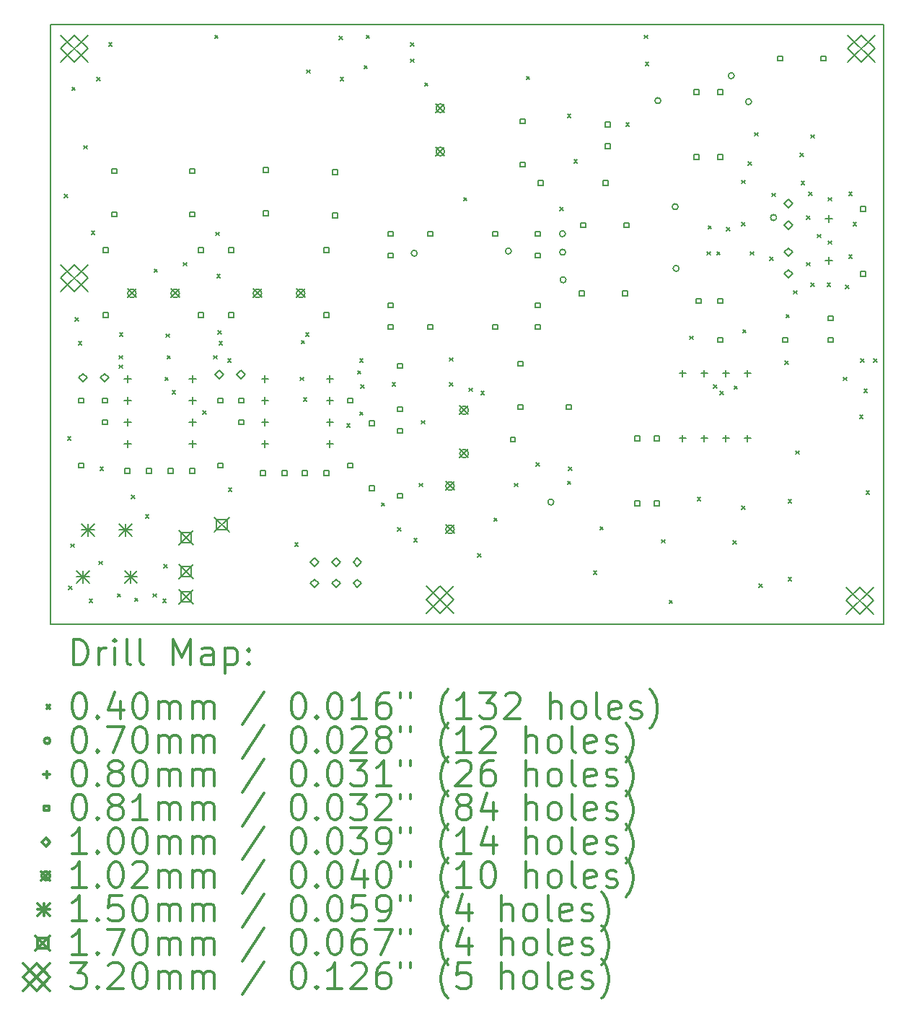
<source format=gbr>
%FSLAX45Y45*%
G04 Gerber Fmt 4.5, Leading zero omitted, Abs format (unit mm)*
G04 Created by KiCad (PCBNEW 4.0.6+dfsg1-1) date Sat Nov  4 21:02:30 2017*
%MOMM*%
%LPD*%
G01*
G04 APERTURE LIST*
%ADD10C,0.127000*%
%ADD11C,0.150000*%
%ADD12C,0.200000*%
%ADD13C,0.300000*%
G04 APERTURE END LIST*
D10*
D11*
X19977100Y-4394200D02*
X19888200Y-4394200D01*
X19977100Y-11430000D02*
X19977100Y-4394200D01*
X10198100Y-11430000D02*
X19977100Y-11430000D01*
X10198100Y-4394200D02*
X10198100Y-11430000D01*
X19888200Y-4394200D02*
X10198100Y-4394200D01*
D12*
X10355900Y-6380800D02*
X10395900Y-6420800D01*
X10395900Y-6380800D02*
X10355900Y-6420800D01*
X10394000Y-9225600D02*
X10434000Y-9265600D01*
X10434000Y-9225600D02*
X10394000Y-9265600D01*
X10406700Y-10978200D02*
X10446700Y-11018200D01*
X10446700Y-10978200D02*
X10406700Y-11018200D01*
X10432100Y-10482900D02*
X10472100Y-10522900D01*
X10472100Y-10482900D02*
X10432100Y-10522900D01*
X10444800Y-5123500D02*
X10484800Y-5163500D01*
X10484800Y-5123500D02*
X10444800Y-5163500D01*
X10482900Y-7828600D02*
X10522900Y-7868600D01*
X10522900Y-7828600D02*
X10482900Y-7868600D01*
X10521000Y-8108000D02*
X10561000Y-8148000D01*
X10561000Y-8108000D02*
X10521000Y-8148000D01*
X10584500Y-5809300D02*
X10624500Y-5849300D01*
X10624500Y-5809300D02*
X10584500Y-5849300D01*
X10648000Y-11130600D02*
X10688000Y-11170600D01*
X10688000Y-11130600D02*
X10648000Y-11170600D01*
X10673400Y-6812600D02*
X10713400Y-6852600D01*
X10713400Y-6812600D02*
X10673400Y-6852600D01*
X10736900Y-5009200D02*
X10776900Y-5049200D01*
X10776900Y-5009200D02*
X10736900Y-5049200D01*
X10762300Y-10686100D02*
X10802300Y-10726100D01*
X10802300Y-10686100D02*
X10762300Y-10726100D01*
X10775000Y-9581200D02*
X10815000Y-9621200D01*
X10815000Y-9581200D02*
X10775000Y-9621200D01*
X10876600Y-4602800D02*
X10916600Y-4642800D01*
X10916600Y-4602800D02*
X10876600Y-4642800D01*
X10978200Y-11067100D02*
X11018200Y-11107100D01*
X11018200Y-11067100D02*
X10978200Y-11107100D01*
X11001600Y-8273100D02*
X11041600Y-8313100D01*
X11041600Y-8273100D02*
X11001600Y-8313100D01*
X11001600Y-8383200D02*
X11041600Y-8423200D01*
X11041600Y-8383200D02*
X11001600Y-8423200D01*
X11003600Y-8006400D02*
X11043600Y-8046400D01*
X11043600Y-8006400D02*
X11003600Y-8046400D01*
X11143300Y-9911400D02*
X11183300Y-9951400D01*
X11183300Y-9911400D02*
X11143300Y-9951400D01*
X11181400Y-11117900D02*
X11221400Y-11157900D01*
X11221400Y-11117900D02*
X11181400Y-11157900D01*
X11308400Y-10140000D02*
X11348400Y-10180000D01*
X11348400Y-10140000D02*
X11308400Y-10180000D01*
X11397300Y-11067100D02*
X11437300Y-11107100D01*
X11437300Y-11067100D02*
X11397300Y-11107100D01*
X11410000Y-7257100D02*
X11450000Y-7297100D01*
X11450000Y-7257100D02*
X11410000Y-7297100D01*
X11511600Y-11130600D02*
X11551600Y-11170600D01*
X11551600Y-11130600D02*
X11511600Y-11170600D01*
X11524300Y-10724200D02*
X11564300Y-10764200D01*
X11564300Y-10724200D02*
X11524300Y-10764200D01*
X11537000Y-8527100D02*
X11577000Y-8567100D01*
X11577000Y-8527100D02*
X11537000Y-8567100D01*
X11549700Y-8019100D02*
X11589700Y-8059100D01*
X11589700Y-8019100D02*
X11549700Y-8059100D01*
X11562400Y-8273100D02*
X11602400Y-8313100D01*
X11602400Y-8273100D02*
X11562400Y-8313100D01*
X11622295Y-8683105D02*
X11662295Y-8723105D01*
X11662295Y-8683105D02*
X11622295Y-8723105D01*
X11752900Y-7180900D02*
X11792900Y-7220900D01*
X11792900Y-7180900D02*
X11752900Y-7220900D01*
X11981500Y-8920800D02*
X12021500Y-8960800D01*
X12021500Y-8920800D02*
X11981500Y-8960800D01*
X12108500Y-8273100D02*
X12148500Y-8313100D01*
X12148500Y-8273100D02*
X12108500Y-8313100D01*
X12121200Y-4513900D02*
X12161200Y-4553900D01*
X12161200Y-4513900D02*
X12121200Y-4553900D01*
X12133900Y-6825300D02*
X12173900Y-6865300D01*
X12173900Y-6825300D02*
X12133900Y-6865300D01*
X12146600Y-7320600D02*
X12186600Y-7360600D01*
X12186600Y-7320600D02*
X12146600Y-7360600D01*
X12159300Y-7981000D02*
X12199300Y-8021000D01*
X12199300Y-7981000D02*
X12159300Y-8021000D01*
X12172000Y-8108000D02*
X12212000Y-8148000D01*
X12212000Y-8108000D02*
X12172000Y-8148000D01*
X12273600Y-8311200D02*
X12313600Y-8351200D01*
X12313600Y-8311200D02*
X12273600Y-8351200D01*
X12283861Y-9824939D02*
X12323861Y-9864939D01*
X12323861Y-9824939D02*
X12283861Y-9864939D01*
X13061000Y-10470200D02*
X13101000Y-10510200D01*
X13101000Y-10470200D02*
X13061000Y-10510200D01*
X13124500Y-8527100D02*
X13164500Y-8567100D01*
X13164500Y-8527100D02*
X13124500Y-8567100D01*
X13137200Y-8095300D02*
X13177200Y-8135300D01*
X13177200Y-8095300D02*
X13137200Y-8135300D01*
X13162600Y-8768400D02*
X13202600Y-8808400D01*
X13202600Y-8768400D02*
X13162600Y-8808400D01*
X13188000Y-8006400D02*
X13228000Y-8046400D01*
X13228000Y-8006400D02*
X13188000Y-8046400D01*
X13200700Y-4920300D02*
X13240700Y-4960300D01*
X13240700Y-4920300D02*
X13200700Y-4960300D01*
X13581700Y-4526600D02*
X13621700Y-4566600D01*
X13621700Y-4526600D02*
X13581700Y-4566600D01*
X13594400Y-5009200D02*
X13634400Y-5049200D01*
X13634400Y-5009200D02*
X13594400Y-5049200D01*
X13670600Y-9073200D02*
X13710600Y-9113200D01*
X13710600Y-9073200D02*
X13670600Y-9113200D01*
X13797600Y-8450900D02*
X13837600Y-8490900D01*
X13837600Y-8450900D02*
X13797600Y-8490900D01*
X13823000Y-8311200D02*
X13863000Y-8351200D01*
X13863000Y-8311200D02*
X13823000Y-8351200D01*
X13823000Y-8933500D02*
X13863000Y-8973500D01*
X13863000Y-8933500D02*
X13823000Y-8973500D01*
X13835700Y-8616000D02*
X13875700Y-8656000D01*
X13875700Y-8616000D02*
X13835700Y-8656000D01*
X13873800Y-4869500D02*
X13913800Y-4909500D01*
X13913800Y-4869500D02*
X13873800Y-4909500D01*
X13899200Y-4513900D02*
X13939200Y-4553900D01*
X13939200Y-4513900D02*
X13899200Y-4553900D01*
X14077000Y-10000300D02*
X14117000Y-10040300D01*
X14117000Y-10000300D02*
X14077000Y-10040300D01*
X14204000Y-8590600D02*
X14244000Y-8630600D01*
X14244000Y-8590600D02*
X14204000Y-8630600D01*
X14267500Y-10292400D02*
X14307500Y-10332400D01*
X14307500Y-10292400D02*
X14267500Y-10332400D01*
X14419900Y-4602800D02*
X14459900Y-4642800D01*
X14459900Y-4602800D02*
X14419900Y-4642800D01*
X14419900Y-4793300D02*
X14459900Y-4833300D01*
X14459900Y-4793300D02*
X14419900Y-4833300D01*
X14458000Y-10419400D02*
X14498000Y-10459400D01*
X14498000Y-10419400D02*
X14458000Y-10459400D01*
X14521500Y-9771700D02*
X14561500Y-9811700D01*
X14561500Y-9771700D02*
X14521500Y-9811700D01*
X14546900Y-9035100D02*
X14586900Y-9075100D01*
X14586900Y-9035100D02*
X14546900Y-9075100D01*
X14585000Y-5072700D02*
X14625000Y-5112700D01*
X14625000Y-5072700D02*
X14585000Y-5112700D01*
X14877100Y-8298500D02*
X14917100Y-8338500D01*
X14917100Y-8298500D02*
X14877100Y-8338500D01*
X14877100Y-8590600D02*
X14917100Y-8630600D01*
X14917100Y-8590600D02*
X14877100Y-8630600D01*
X15042200Y-6418900D02*
X15082200Y-6458900D01*
X15082200Y-6418900D02*
X15042200Y-6458900D01*
X15105700Y-8654100D02*
X15145700Y-8694100D01*
X15145700Y-8654100D02*
X15105700Y-8694100D01*
X15207300Y-10597200D02*
X15247300Y-10637200D01*
X15247300Y-10597200D02*
X15207300Y-10637200D01*
X15245400Y-8692200D02*
X15285400Y-8732200D01*
X15285400Y-8692200D02*
X15245400Y-8732200D01*
X15397800Y-10178100D02*
X15437800Y-10218100D01*
X15437800Y-10178100D02*
X15397800Y-10218100D01*
X15639100Y-9771700D02*
X15679100Y-9811700D01*
X15679100Y-9771700D02*
X15639100Y-9811700D01*
X15778800Y-4996500D02*
X15818800Y-5036500D01*
X15818800Y-4996500D02*
X15778800Y-5036500D01*
X15893100Y-9528400D02*
X15933100Y-9568400D01*
X15933100Y-9528400D02*
X15893100Y-9568400D01*
X16172500Y-6533200D02*
X16212500Y-6573200D01*
X16212500Y-6533200D02*
X16172500Y-6573200D01*
X16261400Y-5441000D02*
X16301400Y-5481000D01*
X16301400Y-5441000D02*
X16261400Y-5481000D01*
X16261400Y-9746300D02*
X16301400Y-9786300D01*
X16301400Y-9746300D02*
X16261400Y-9786300D01*
X16274100Y-9581200D02*
X16314100Y-9621200D01*
X16314100Y-9581200D02*
X16274100Y-9621200D01*
X16337600Y-5974400D02*
X16377600Y-6014400D01*
X16377600Y-5974400D02*
X16337600Y-6014400D01*
X16566200Y-10800400D02*
X16606200Y-10840400D01*
X16606200Y-10800400D02*
X16566200Y-10840400D01*
X16642400Y-10279700D02*
X16682400Y-10319700D01*
X16682400Y-10279700D02*
X16642400Y-10319700D01*
X16947200Y-5542600D02*
X16987200Y-5582600D01*
X16987200Y-5542600D02*
X16947200Y-5582600D01*
X17163100Y-4513900D02*
X17203100Y-4553900D01*
X17203100Y-4513900D02*
X17163100Y-4553900D01*
X17175800Y-4831400D02*
X17215800Y-4871400D01*
X17215800Y-4831400D02*
X17175800Y-4871400D01*
X17366300Y-10432100D02*
X17406300Y-10472100D01*
X17406300Y-10432100D02*
X17366300Y-10472100D01*
X17455200Y-11143300D02*
X17495200Y-11183300D01*
X17495200Y-11143300D02*
X17455200Y-11183300D01*
X17696500Y-8044500D02*
X17736500Y-8084500D01*
X17736500Y-8044500D02*
X17696500Y-8084500D01*
X17785400Y-9936800D02*
X17825400Y-9976800D01*
X17825400Y-9936800D02*
X17785400Y-9976800D01*
X17899700Y-7053900D02*
X17939700Y-7093900D01*
X17939700Y-7053900D02*
X17899700Y-7093900D01*
X17912400Y-6749100D02*
X17952400Y-6789100D01*
X17952400Y-6749100D02*
X17912400Y-6789100D01*
X17975900Y-8616000D02*
X18015900Y-8656000D01*
X18015900Y-8616000D02*
X17975900Y-8656000D01*
X18014000Y-7053900D02*
X18054000Y-7093900D01*
X18054000Y-7053900D02*
X18014000Y-7093900D01*
X18052100Y-8692200D02*
X18092100Y-8732200D01*
X18092100Y-8692200D02*
X18052100Y-8732200D01*
X18128300Y-6769700D02*
X18168300Y-6809700D01*
X18168300Y-6769700D02*
X18128300Y-6809700D01*
X18204500Y-10444800D02*
X18244500Y-10484800D01*
X18244500Y-10444800D02*
X18204500Y-10484800D01*
X18217200Y-8628700D02*
X18257200Y-8668700D01*
X18257200Y-8628700D02*
X18217200Y-8668700D01*
X18305000Y-6711000D02*
X18345000Y-6751000D01*
X18345000Y-6711000D02*
X18305000Y-6751000D01*
X18306100Y-6215700D02*
X18346100Y-6255700D01*
X18346100Y-6215700D02*
X18306100Y-6255700D01*
X18306100Y-10038400D02*
X18346100Y-10078400D01*
X18346100Y-10038400D02*
X18306100Y-10078400D01*
X18318800Y-7968300D02*
X18358800Y-8008300D01*
X18358800Y-7968300D02*
X18318800Y-8008300D01*
X18382300Y-5999800D02*
X18422300Y-6039800D01*
X18422300Y-5999800D02*
X18382300Y-6039800D01*
X18407700Y-7053900D02*
X18447700Y-7093900D01*
X18447700Y-7053900D02*
X18407700Y-7093900D01*
X18458500Y-5656900D02*
X18498500Y-5696900D01*
X18498500Y-5656900D02*
X18458500Y-5696900D01*
X18509300Y-10952800D02*
X18549300Y-10992800D01*
X18549300Y-10952800D02*
X18509300Y-10992800D01*
X18636300Y-7117400D02*
X18676300Y-7157400D01*
X18676300Y-7117400D02*
X18636300Y-7157400D01*
X18661700Y-6368100D02*
X18701700Y-6408100D01*
X18701700Y-6368100D02*
X18661700Y-6408100D01*
X18814100Y-8336600D02*
X18854100Y-8376600D01*
X18854100Y-8336600D02*
X18814100Y-8376600D01*
X18826800Y-7790500D02*
X18866800Y-7830500D01*
X18866800Y-7790500D02*
X18826800Y-7830500D01*
X18852200Y-9962200D02*
X18892200Y-10002200D01*
X18892200Y-9962200D02*
X18852200Y-10002200D01*
X18852200Y-10876600D02*
X18892200Y-10916600D01*
X18892200Y-10876600D02*
X18852200Y-10916600D01*
X18915700Y-7511100D02*
X18955700Y-7551100D01*
X18955700Y-7511100D02*
X18915700Y-7551100D01*
X18941100Y-9390700D02*
X18981100Y-9430700D01*
X18981100Y-9390700D02*
X18941100Y-9430700D01*
X18991900Y-5898200D02*
X19031900Y-5938200D01*
X19031900Y-5898200D02*
X18991900Y-5938200D01*
X19004600Y-6228400D02*
X19044600Y-6268400D01*
X19044600Y-6228400D02*
X19004600Y-6268400D01*
X19068100Y-6634800D02*
X19108100Y-6674800D01*
X19108100Y-6634800D02*
X19068100Y-6674800D01*
X19068100Y-7180900D02*
X19108100Y-7220900D01*
X19108100Y-7180900D02*
X19068100Y-7220900D01*
X19093500Y-6355400D02*
X19133500Y-6395400D01*
X19133500Y-6355400D02*
X19093500Y-6395400D01*
X19118900Y-5682300D02*
X19158900Y-5722300D01*
X19158900Y-5682300D02*
X19118900Y-5722300D01*
X19118900Y-7422200D02*
X19158900Y-7462200D01*
X19158900Y-7422200D02*
X19118900Y-7462200D01*
X19195100Y-6850700D02*
X19235100Y-6890700D01*
X19235100Y-6850700D02*
X19195100Y-6890700D01*
X19309400Y-7422200D02*
X19349400Y-7462200D01*
X19349400Y-7422200D02*
X19309400Y-7462200D01*
X19322100Y-6418900D02*
X19362100Y-6458900D01*
X19362100Y-6418900D02*
X19322100Y-6458900D01*
X19322100Y-6926900D02*
X19362100Y-6966900D01*
X19362100Y-6926900D02*
X19322100Y-6966900D01*
X19499900Y-8527100D02*
X19539900Y-8567100D01*
X19539900Y-8527100D02*
X19499900Y-8567100D01*
X19525300Y-7447600D02*
X19565300Y-7487600D01*
X19565300Y-7447600D02*
X19525300Y-7487600D01*
X19563400Y-6355400D02*
X19603400Y-6395400D01*
X19603400Y-6355400D02*
X19563400Y-6395400D01*
X19563400Y-7092000D02*
X19603400Y-7132000D01*
X19603400Y-7092000D02*
X19563400Y-7132000D01*
X19614200Y-6711000D02*
X19654200Y-6751000D01*
X19654200Y-6711000D02*
X19614200Y-6751000D01*
X19690400Y-8971600D02*
X19730400Y-9011600D01*
X19730400Y-8971600D02*
X19690400Y-9011600D01*
X19703100Y-8311200D02*
X19743100Y-8351200D01*
X19743100Y-8311200D02*
X19703100Y-8351200D01*
X19741200Y-8666800D02*
X19781200Y-8706800D01*
X19781200Y-8666800D02*
X19741200Y-8706800D01*
X19766600Y-9860600D02*
X19806600Y-9900600D01*
X19806600Y-9860600D02*
X19766600Y-9900600D01*
X19855500Y-8311200D02*
X19895500Y-8351200D01*
X19895500Y-8311200D02*
X19855500Y-8351200D01*
X14500300Y-7073900D02*
G75*
G03X14500300Y-7073900I-35000J0D01*
G01*
X15605200Y-7048500D02*
G75*
G03X15605200Y-7048500I-35000J0D01*
G01*
X16102500Y-9992900D02*
G75*
G03X16102500Y-9992900I-35000J0D01*
G01*
X16240200Y-6845300D02*
G75*
G03X16240200Y-6845300I-35000J0D01*
G01*
X16240200Y-7061200D02*
G75*
G03X16240200Y-7061200I-35000J0D01*
G01*
X16246550Y-7385050D02*
G75*
G03X16246550Y-7385050I-35000J0D01*
G01*
X17357800Y-5283200D02*
G75*
G03X17357800Y-5283200I-35000J0D01*
G01*
X17561000Y-6527800D02*
G75*
G03X17561000Y-6527800I-35000J0D01*
G01*
X17573700Y-7251700D02*
G75*
G03X17573700Y-7251700I-35000J0D01*
G01*
X18221400Y-4991100D02*
G75*
G03X18221400Y-4991100I-35000J0D01*
G01*
X18424600Y-5295900D02*
G75*
G03X18424600Y-5295900I-35000J0D01*
G01*
X18716700Y-6654800D02*
G75*
G03X18716700Y-6654800I-35000J0D01*
G01*
X11099800Y-8507100D02*
X11099800Y-8587100D01*
X11059800Y-8547100D02*
X11139800Y-8547100D01*
X11099800Y-8761100D02*
X11099800Y-8841100D01*
X11059800Y-8801100D02*
X11139800Y-8801100D01*
X11099800Y-9015100D02*
X11099800Y-9095100D01*
X11059800Y-9055100D02*
X11139800Y-9055100D01*
X11099800Y-9269100D02*
X11099800Y-9349100D01*
X11059800Y-9309100D02*
X11139800Y-9309100D01*
X11861800Y-8507100D02*
X11861800Y-8587100D01*
X11821800Y-8547100D02*
X11901800Y-8547100D01*
X11861800Y-8761100D02*
X11861800Y-8841100D01*
X11821800Y-8801100D02*
X11901800Y-8801100D01*
X11861800Y-9015100D02*
X11861800Y-9095100D01*
X11821800Y-9055100D02*
X11901800Y-9055100D01*
X11861800Y-9269100D02*
X11861800Y-9349100D01*
X11821800Y-9309100D02*
X11901800Y-9309100D01*
X12712700Y-8507100D02*
X12712700Y-8587100D01*
X12672700Y-8547100D02*
X12752700Y-8547100D01*
X12712700Y-8761100D02*
X12712700Y-8841100D01*
X12672700Y-8801100D02*
X12752700Y-8801100D01*
X12712700Y-9015100D02*
X12712700Y-9095100D01*
X12672700Y-9055100D02*
X12752700Y-9055100D01*
X12712700Y-9269100D02*
X12712700Y-9349100D01*
X12672700Y-9309100D02*
X12752700Y-9309100D01*
X13474700Y-8507100D02*
X13474700Y-8587100D01*
X13434700Y-8547100D02*
X13514700Y-8547100D01*
X13474700Y-8761100D02*
X13474700Y-8841100D01*
X13434700Y-8801100D02*
X13514700Y-8801100D01*
X13474700Y-9015100D02*
X13474700Y-9095100D01*
X13434700Y-9055100D02*
X13514700Y-9055100D01*
X13474700Y-9269100D02*
X13474700Y-9349100D01*
X13434700Y-9309100D02*
X13514700Y-9309100D01*
X17614900Y-8443600D02*
X17614900Y-8523600D01*
X17574900Y-8483600D02*
X17654900Y-8483600D01*
X17614900Y-9205600D02*
X17614900Y-9285600D01*
X17574900Y-9245600D02*
X17654900Y-9245600D01*
X17868900Y-8443600D02*
X17868900Y-8523600D01*
X17828900Y-8483600D02*
X17908900Y-8483600D01*
X17868900Y-9205600D02*
X17868900Y-9285600D01*
X17828900Y-9245600D02*
X17908900Y-9245600D01*
X18122900Y-8443600D02*
X18122900Y-8523600D01*
X18082900Y-8483600D02*
X18162900Y-8483600D01*
X18122900Y-9205600D02*
X18122900Y-9285600D01*
X18082900Y-9245600D02*
X18162900Y-9245600D01*
X18376900Y-8443600D02*
X18376900Y-8523600D01*
X18336900Y-8483600D02*
X18416900Y-8483600D01*
X18376900Y-9205600D02*
X18376900Y-9285600D01*
X18336900Y-9245600D02*
X18416900Y-9245600D01*
X19329400Y-6627500D02*
X19329400Y-6707500D01*
X19289400Y-6667500D02*
X19369400Y-6667500D01*
X19329400Y-7117500D02*
X19329400Y-7197500D01*
X19289400Y-7157500D02*
X19369400Y-7157500D01*
X10582437Y-8829837D02*
X10582437Y-8772363D01*
X10524963Y-8772363D01*
X10524963Y-8829837D01*
X10582437Y-8829837D01*
X10582437Y-9591837D02*
X10582437Y-9534363D01*
X10524963Y-9534363D01*
X10524963Y-9591837D01*
X10582437Y-9591837D01*
X10861837Y-8829837D02*
X10861837Y-8772363D01*
X10804363Y-8772363D01*
X10804363Y-8829837D01*
X10861837Y-8829837D01*
X10861837Y-9083837D02*
X10861837Y-9026363D01*
X10804363Y-9026363D01*
X10804363Y-9083837D01*
X10861837Y-9083837D01*
X10874537Y-7064537D02*
X10874537Y-7007063D01*
X10817063Y-7007063D01*
X10817063Y-7064537D01*
X10874537Y-7064537D01*
X10874537Y-7826537D02*
X10874537Y-7769063D01*
X10817063Y-7769063D01*
X10817063Y-7826537D01*
X10874537Y-7826537D01*
X10976137Y-6137437D02*
X10976137Y-6079963D01*
X10918663Y-6079963D01*
X10918663Y-6137437D01*
X10976137Y-6137437D01*
X10976137Y-6645437D02*
X10976137Y-6587963D01*
X10918663Y-6587963D01*
X10918663Y-6645437D01*
X10976137Y-6645437D01*
X11128537Y-9655337D02*
X11128537Y-9597863D01*
X11071063Y-9597863D01*
X11071063Y-9655337D01*
X11128537Y-9655337D01*
X11382537Y-9655337D02*
X11382537Y-9597863D01*
X11325063Y-9597863D01*
X11325063Y-9655337D01*
X11382537Y-9655337D01*
X11636537Y-9655337D02*
X11636537Y-9597863D01*
X11579063Y-9597863D01*
X11579063Y-9655337D01*
X11636537Y-9655337D01*
X11890537Y-6137437D02*
X11890537Y-6079963D01*
X11833063Y-6079963D01*
X11833063Y-6137437D01*
X11890537Y-6137437D01*
X11890537Y-6645437D02*
X11890537Y-6587963D01*
X11833063Y-6587963D01*
X11833063Y-6645437D01*
X11890537Y-6645437D01*
X11890537Y-9655337D02*
X11890537Y-9597863D01*
X11833063Y-9597863D01*
X11833063Y-9655337D01*
X11890537Y-9655337D01*
X11992137Y-7064537D02*
X11992137Y-7007063D01*
X11934663Y-7007063D01*
X11934663Y-7064537D01*
X11992137Y-7064537D01*
X11992137Y-7826537D02*
X11992137Y-7769063D01*
X11934663Y-7769063D01*
X11934663Y-7826537D01*
X11992137Y-7826537D01*
X12220737Y-8829837D02*
X12220737Y-8772363D01*
X12163263Y-8772363D01*
X12163263Y-8829837D01*
X12220737Y-8829837D01*
X12220737Y-9591837D02*
X12220737Y-9534363D01*
X12163263Y-9534363D01*
X12163263Y-9591837D01*
X12220737Y-9591837D01*
X12347737Y-7064537D02*
X12347737Y-7007063D01*
X12290263Y-7007063D01*
X12290263Y-7064537D01*
X12347737Y-7064537D01*
X12347737Y-7826537D02*
X12347737Y-7769063D01*
X12290263Y-7769063D01*
X12290263Y-7826537D01*
X12347737Y-7826537D01*
X12462037Y-8829837D02*
X12462037Y-8772363D01*
X12404563Y-8772363D01*
X12404563Y-8829837D01*
X12462037Y-8829837D01*
X12462037Y-9083837D02*
X12462037Y-9026363D01*
X12404563Y-9026363D01*
X12404563Y-9083837D01*
X12462037Y-9083837D01*
X12716037Y-9680737D02*
X12716037Y-9623263D01*
X12658563Y-9623263D01*
X12658563Y-9680737D01*
X12716037Y-9680737D01*
X12754137Y-6124737D02*
X12754137Y-6067263D01*
X12696663Y-6067263D01*
X12696663Y-6124737D01*
X12754137Y-6124737D01*
X12754137Y-6632737D02*
X12754137Y-6575263D01*
X12696663Y-6575263D01*
X12696663Y-6632737D01*
X12754137Y-6632737D01*
X12970037Y-9680737D02*
X12970037Y-9623263D01*
X12912563Y-9623263D01*
X12912563Y-9680737D01*
X12970037Y-9680737D01*
X13211337Y-9680737D02*
X13211337Y-9623263D01*
X13153863Y-9623263D01*
X13153863Y-9680737D01*
X13211337Y-9680737D01*
X13465337Y-7064537D02*
X13465337Y-7007063D01*
X13407863Y-7007063D01*
X13407863Y-7064537D01*
X13465337Y-7064537D01*
X13465337Y-7826537D02*
X13465337Y-7769063D01*
X13407863Y-7769063D01*
X13407863Y-7826537D01*
X13465337Y-7826537D01*
X13465337Y-9680737D02*
X13465337Y-9623263D01*
X13407863Y-9623263D01*
X13407863Y-9680737D01*
X13465337Y-9680737D01*
X13566937Y-6150137D02*
X13566937Y-6092663D01*
X13509463Y-6092663D01*
X13509463Y-6150137D01*
X13566937Y-6150137D01*
X13566937Y-6658137D02*
X13566937Y-6600663D01*
X13509463Y-6600663D01*
X13509463Y-6658137D01*
X13566937Y-6658137D01*
X13744737Y-8829837D02*
X13744737Y-8772363D01*
X13687263Y-8772363D01*
X13687263Y-8829837D01*
X13744737Y-8829837D01*
X13744737Y-9591837D02*
X13744737Y-9534363D01*
X13687263Y-9534363D01*
X13687263Y-9591837D01*
X13744737Y-9591837D01*
X13998737Y-9096537D02*
X13998737Y-9039063D01*
X13941263Y-9039063D01*
X13941263Y-9096537D01*
X13998737Y-9096537D01*
X13998737Y-9858537D02*
X13998737Y-9801063D01*
X13941263Y-9801063D01*
X13941263Y-9858537D01*
X13998737Y-9858537D01*
X14214637Y-6874037D02*
X14214637Y-6816563D01*
X14157163Y-6816563D01*
X14157163Y-6874037D01*
X14214637Y-6874037D01*
X14214637Y-7128037D02*
X14214637Y-7070563D01*
X14157163Y-7070563D01*
X14157163Y-7128037D01*
X14214637Y-7128037D01*
X14214637Y-7712237D02*
X14214637Y-7654763D01*
X14157163Y-7654763D01*
X14157163Y-7712237D01*
X14214637Y-7712237D01*
X14214637Y-7966237D02*
X14214637Y-7908763D01*
X14157163Y-7908763D01*
X14157163Y-7966237D01*
X14214637Y-7966237D01*
X14328937Y-8423437D02*
X14328937Y-8365963D01*
X14271463Y-8365963D01*
X14271463Y-8423437D01*
X14328937Y-8423437D01*
X14328937Y-8931437D02*
X14328937Y-8873963D01*
X14271463Y-8873963D01*
X14271463Y-8931437D01*
X14328937Y-8931437D01*
X14328937Y-9185437D02*
X14328937Y-9127963D01*
X14271463Y-9127963D01*
X14271463Y-9185437D01*
X14328937Y-9185437D01*
X14328937Y-9947437D02*
X14328937Y-9889963D01*
X14271463Y-9889963D01*
X14271463Y-9947437D01*
X14328937Y-9947437D01*
X14684537Y-6874037D02*
X14684537Y-6816563D01*
X14627063Y-6816563D01*
X14627063Y-6874037D01*
X14684537Y-6874037D01*
X14684537Y-7966237D02*
X14684537Y-7908763D01*
X14627063Y-7908763D01*
X14627063Y-7966237D01*
X14684537Y-7966237D01*
X15446537Y-6874037D02*
X15446537Y-6816563D01*
X15389063Y-6816563D01*
X15389063Y-6874037D01*
X15446537Y-6874037D01*
X15446537Y-7966237D02*
X15446537Y-7908763D01*
X15389063Y-7908763D01*
X15389063Y-7966237D01*
X15446537Y-7966237D01*
X15649981Y-9287037D02*
X15649981Y-9229563D01*
X15592507Y-9229563D01*
X15592507Y-9287037D01*
X15649981Y-9287037D01*
X15738637Y-8398037D02*
X15738637Y-8340563D01*
X15681163Y-8340563D01*
X15681163Y-8398037D01*
X15738637Y-8398037D01*
X15738637Y-8906037D02*
X15738637Y-8848563D01*
X15681163Y-8848563D01*
X15681163Y-8906037D01*
X15738637Y-8906037D01*
X15764037Y-5553237D02*
X15764037Y-5495763D01*
X15706563Y-5495763D01*
X15706563Y-5553237D01*
X15764037Y-5553237D01*
X15764037Y-6061237D02*
X15764037Y-6003763D01*
X15706563Y-6003763D01*
X15706563Y-6061237D01*
X15764037Y-6061237D01*
X15941837Y-6874037D02*
X15941837Y-6816563D01*
X15884363Y-6816563D01*
X15884363Y-6874037D01*
X15941837Y-6874037D01*
X15941837Y-7128037D02*
X15941837Y-7070563D01*
X15884363Y-7070563D01*
X15884363Y-7128037D01*
X15941837Y-7128037D01*
X15941837Y-7712237D02*
X15941837Y-7654763D01*
X15884363Y-7654763D01*
X15884363Y-7712237D01*
X15941837Y-7712237D01*
X15941837Y-7966237D02*
X15941837Y-7908763D01*
X15884363Y-7908763D01*
X15884363Y-7966237D01*
X15941837Y-7966237D01*
X15979937Y-6277137D02*
X15979937Y-6219663D01*
X15922463Y-6219663D01*
X15922463Y-6277137D01*
X15979937Y-6277137D01*
X16309893Y-8906037D02*
X16309893Y-8848563D01*
X16252419Y-8848563D01*
X16252419Y-8906037D01*
X16309893Y-8906037D01*
X16462537Y-7572537D02*
X16462537Y-7515063D01*
X16405063Y-7515063D01*
X16405063Y-7572537D01*
X16462537Y-7572537D01*
X16475237Y-6772437D02*
X16475237Y-6714963D01*
X16417763Y-6714963D01*
X16417763Y-6772437D01*
X16475237Y-6772437D01*
X16741937Y-6277137D02*
X16741937Y-6219663D01*
X16684463Y-6219663D01*
X16684463Y-6277137D01*
X16741937Y-6277137D01*
X16767337Y-5591337D02*
X16767337Y-5533863D01*
X16709863Y-5533863D01*
X16709863Y-5591337D01*
X16767337Y-5591337D01*
X16767337Y-5845337D02*
X16767337Y-5787863D01*
X16709863Y-5787863D01*
X16709863Y-5845337D01*
X16767337Y-5845337D01*
X16970537Y-7572537D02*
X16970537Y-7515063D01*
X16913063Y-7515063D01*
X16913063Y-7572537D01*
X16970537Y-7572537D01*
X16983237Y-6772437D02*
X16983237Y-6714963D01*
X16925763Y-6714963D01*
X16925763Y-6772437D01*
X16983237Y-6772437D01*
X17110237Y-9274337D02*
X17110237Y-9216863D01*
X17052763Y-9216863D01*
X17052763Y-9274337D01*
X17110237Y-9274337D01*
X17110237Y-10036337D02*
X17110237Y-9978863D01*
X17052763Y-9978863D01*
X17052763Y-10036337D01*
X17110237Y-10036337D01*
X17338837Y-9274337D02*
X17338837Y-9216863D01*
X17281363Y-9216863D01*
X17281363Y-9274337D01*
X17338837Y-9274337D01*
X17338837Y-10036337D02*
X17338837Y-9978863D01*
X17281363Y-9978863D01*
X17281363Y-10036337D01*
X17338837Y-10036337D01*
X17808737Y-5210337D02*
X17808737Y-5152863D01*
X17751263Y-5152863D01*
X17751263Y-5210337D01*
X17808737Y-5210337D01*
X17808737Y-5972337D02*
X17808737Y-5914863D01*
X17751263Y-5914863D01*
X17751263Y-5972337D01*
X17808737Y-5972337D01*
X17834137Y-7661437D02*
X17834137Y-7603963D01*
X17776663Y-7603963D01*
X17776663Y-7661437D01*
X17834137Y-7661437D01*
X18088137Y-5210337D02*
X18088137Y-5152863D01*
X18030663Y-5152863D01*
X18030663Y-5210337D01*
X18088137Y-5210337D01*
X18088137Y-5972337D02*
X18088137Y-5914863D01*
X18030663Y-5914863D01*
X18030663Y-5972337D01*
X18088137Y-5972337D01*
X18088137Y-7661437D02*
X18088137Y-7603963D01*
X18030663Y-7603963D01*
X18030663Y-7661437D01*
X18088137Y-7661437D01*
X18088137Y-8118637D02*
X18088137Y-8061163D01*
X18030663Y-8061163D01*
X18030663Y-8118637D01*
X18088137Y-8118637D01*
X18786637Y-4816637D02*
X18786637Y-4759163D01*
X18729163Y-4759163D01*
X18729163Y-4816637D01*
X18786637Y-4816637D01*
X18850137Y-8118637D02*
X18850137Y-8061163D01*
X18792663Y-8061163D01*
X18792663Y-8118637D01*
X18850137Y-8118637D01*
X19294637Y-4816637D02*
X19294637Y-4759163D01*
X19237163Y-4759163D01*
X19237163Y-4816637D01*
X19294637Y-4816637D01*
X19383537Y-7864637D02*
X19383537Y-7807163D01*
X19326063Y-7807163D01*
X19326063Y-7864637D01*
X19383537Y-7864637D01*
X19383537Y-8118637D02*
X19383537Y-8061163D01*
X19326063Y-8061163D01*
X19326063Y-8118637D01*
X19383537Y-8118637D01*
X19764537Y-6581937D02*
X19764537Y-6524463D01*
X19707063Y-6524463D01*
X19707063Y-6581937D01*
X19764537Y-6581937D01*
X19764537Y-7343937D02*
X19764537Y-7286463D01*
X19707063Y-7286463D01*
X19707063Y-7343937D01*
X19764537Y-7343937D01*
X10579100Y-8584400D02*
X10629100Y-8534400D01*
X10579100Y-8484400D01*
X10529100Y-8534400D01*
X10579100Y-8584400D01*
X10833100Y-8584400D02*
X10883100Y-8534400D01*
X10833100Y-8484400D01*
X10783100Y-8534400D01*
X10833100Y-8584400D01*
X12179300Y-8546300D02*
X12229300Y-8496300D01*
X12179300Y-8446300D01*
X12129300Y-8496300D01*
X12179300Y-8546300D01*
X12433300Y-8546300D02*
X12483300Y-8496300D01*
X12433300Y-8446300D01*
X12383300Y-8496300D01*
X12433300Y-8546300D01*
X13296900Y-10747400D02*
X13346900Y-10697400D01*
X13296900Y-10647400D01*
X13246900Y-10697400D01*
X13296900Y-10747400D01*
X13296900Y-10997400D02*
X13346900Y-10947400D01*
X13296900Y-10897400D01*
X13246900Y-10947400D01*
X13296900Y-10997400D01*
X13546900Y-10747400D02*
X13596900Y-10697400D01*
X13546900Y-10647400D01*
X13496900Y-10697400D01*
X13546900Y-10747400D01*
X13546900Y-10997400D02*
X13596900Y-10947400D01*
X13546900Y-10897400D01*
X13496900Y-10947400D01*
X13546900Y-10997400D01*
X13796900Y-10747400D02*
X13846900Y-10697400D01*
X13796900Y-10647400D01*
X13746900Y-10697400D01*
X13796900Y-10747400D01*
X13796900Y-10997400D02*
X13846900Y-10947400D01*
X13796900Y-10897400D01*
X13746900Y-10947400D01*
X13796900Y-10997400D01*
X18859500Y-6539700D02*
X18909500Y-6489700D01*
X18859500Y-6439700D01*
X18809500Y-6489700D01*
X18859500Y-6539700D01*
X18859500Y-6793700D02*
X18909500Y-6743700D01*
X18859500Y-6693700D01*
X18809500Y-6743700D01*
X18859500Y-6793700D01*
X18859500Y-7111200D02*
X18909500Y-7061200D01*
X18859500Y-7011200D01*
X18809500Y-7061200D01*
X18859500Y-7111200D01*
X18859500Y-7365200D02*
X18909500Y-7315200D01*
X18859500Y-7265200D01*
X18809500Y-7315200D01*
X18859500Y-7365200D01*
X11099800Y-7493000D02*
X11201400Y-7594600D01*
X11201400Y-7493000D02*
X11099800Y-7594600D01*
X11201400Y-7543800D02*
G75*
G03X11201400Y-7543800I-50800J0D01*
G01*
X11607800Y-7493000D02*
X11709400Y-7594600D01*
X11709400Y-7493000D02*
X11607800Y-7594600D01*
X11709400Y-7543800D02*
G75*
G03X11709400Y-7543800I-50800J0D01*
G01*
X12573000Y-7493000D02*
X12674600Y-7594600D01*
X12674600Y-7493000D02*
X12573000Y-7594600D01*
X12674600Y-7543800D02*
G75*
G03X12674600Y-7543800I-50800J0D01*
G01*
X13081000Y-7493000D02*
X13182600Y-7594600D01*
X13182600Y-7493000D02*
X13081000Y-7594600D01*
X13182600Y-7543800D02*
G75*
G03X13182600Y-7543800I-50800J0D01*
G01*
X14719300Y-5321300D02*
X14820900Y-5422900D01*
X14820900Y-5321300D02*
X14719300Y-5422900D01*
X14820900Y-5372100D02*
G75*
G03X14820900Y-5372100I-50800J0D01*
G01*
X14719300Y-5829300D02*
X14820900Y-5930900D01*
X14820900Y-5829300D02*
X14719300Y-5930900D01*
X14820900Y-5880100D02*
G75*
G03X14820900Y-5880100I-50800J0D01*
G01*
X14833600Y-9753600D02*
X14935200Y-9855200D01*
X14935200Y-9753600D02*
X14833600Y-9855200D01*
X14935200Y-9804400D02*
G75*
G03X14935200Y-9804400I-50800J0D01*
G01*
X14833600Y-10261600D02*
X14935200Y-10363200D01*
X14935200Y-10261600D02*
X14833600Y-10363200D01*
X14935200Y-10312400D02*
G75*
G03X14935200Y-10312400I-50800J0D01*
G01*
X14998700Y-8864600D02*
X15100300Y-8966200D01*
X15100300Y-8864600D02*
X14998700Y-8966200D01*
X15100300Y-8915400D02*
G75*
G03X15100300Y-8915400I-50800J0D01*
G01*
X14998700Y-9372600D02*
X15100300Y-9474200D01*
X15100300Y-9372600D02*
X14998700Y-9474200D01*
X15100300Y-9423400D02*
G75*
G03X15100300Y-9423400I-50800J0D01*
G01*
X10502900Y-10796200D02*
X10652900Y-10946200D01*
X10652900Y-10796200D02*
X10502900Y-10946200D01*
X10577900Y-10796200D02*
X10577900Y-10946200D01*
X10502900Y-10871200D02*
X10652900Y-10871200D01*
X10562900Y-10246200D02*
X10712900Y-10396200D01*
X10712900Y-10246200D02*
X10562900Y-10396200D01*
X10637900Y-10246200D02*
X10637900Y-10396200D01*
X10562900Y-10321200D02*
X10712900Y-10321200D01*
X11002900Y-10246200D02*
X11152900Y-10396200D01*
X11152900Y-10246200D02*
X11002900Y-10396200D01*
X11077900Y-10246200D02*
X11077900Y-10396200D01*
X11002900Y-10321200D02*
X11152900Y-10321200D01*
X11062900Y-10796200D02*
X11212900Y-10946200D01*
X11212900Y-10796200D02*
X11062900Y-10946200D01*
X11137900Y-10796200D02*
X11137900Y-10946200D01*
X11062900Y-10871200D02*
X11212900Y-10871200D01*
X11700600Y-10322700D02*
X11870600Y-10492700D01*
X11870600Y-10322700D02*
X11700600Y-10492700D01*
X11845705Y-10467805D02*
X11845705Y-10347595D01*
X11725495Y-10347595D01*
X11725495Y-10467805D01*
X11845705Y-10467805D01*
X11700600Y-10722700D02*
X11870600Y-10892700D01*
X11870600Y-10722700D02*
X11700600Y-10892700D01*
X11845705Y-10867805D02*
X11845705Y-10747595D01*
X11725495Y-10747595D01*
X11725495Y-10867805D01*
X11845705Y-10867805D01*
X11700600Y-11022700D02*
X11870600Y-11192700D01*
X11870600Y-11022700D02*
X11700600Y-11192700D01*
X11845705Y-11167805D02*
X11845705Y-11047595D01*
X11725495Y-11047595D01*
X11725495Y-11167805D01*
X11845705Y-11167805D01*
X12120600Y-10172700D02*
X12290600Y-10342700D01*
X12290600Y-10172700D02*
X12120600Y-10342700D01*
X12265705Y-10317805D02*
X12265705Y-10197595D01*
X12145495Y-10197595D01*
X12145495Y-10317805D01*
X12265705Y-10317805D01*
X10317500Y-4513600D02*
X10637500Y-4833600D01*
X10637500Y-4513600D02*
X10317500Y-4833600D01*
X10477500Y-4833600D02*
X10637500Y-4673600D01*
X10477500Y-4513600D01*
X10317500Y-4673600D01*
X10477500Y-4833600D01*
X10317500Y-7206000D02*
X10637500Y-7526000D01*
X10637500Y-7206000D02*
X10317500Y-7526000D01*
X10477500Y-7526000D02*
X10637500Y-7366000D01*
X10477500Y-7206000D01*
X10317500Y-7366000D01*
X10477500Y-7526000D01*
X14610100Y-10977900D02*
X14930100Y-11297900D01*
X14930100Y-10977900D02*
X14610100Y-11297900D01*
X14770100Y-11297900D02*
X14930100Y-11137900D01*
X14770100Y-10977900D01*
X14610100Y-11137900D01*
X14770100Y-11297900D01*
X19537700Y-10990600D02*
X19857700Y-11310600D01*
X19857700Y-10990600D02*
X19537700Y-11310600D01*
X19697700Y-11310600D02*
X19857700Y-11150600D01*
X19697700Y-10990600D01*
X19537700Y-11150600D01*
X19697700Y-11310600D01*
X19550400Y-4513600D02*
X19870400Y-4833600D01*
X19870400Y-4513600D02*
X19550400Y-4833600D01*
X19710400Y-4833600D02*
X19870400Y-4673600D01*
X19710400Y-4513600D01*
X19550400Y-4673600D01*
X19710400Y-4833600D01*
D13*
X10462029Y-11903214D02*
X10462029Y-11603214D01*
X10533457Y-11603214D01*
X10576314Y-11617500D01*
X10604886Y-11646071D01*
X10619171Y-11674643D01*
X10633457Y-11731786D01*
X10633457Y-11774643D01*
X10619171Y-11831786D01*
X10604886Y-11860357D01*
X10576314Y-11888929D01*
X10533457Y-11903214D01*
X10462029Y-11903214D01*
X10762029Y-11903214D02*
X10762029Y-11703214D01*
X10762029Y-11760357D02*
X10776314Y-11731786D01*
X10790600Y-11717500D01*
X10819171Y-11703214D01*
X10847743Y-11703214D01*
X10947743Y-11903214D02*
X10947743Y-11703214D01*
X10947743Y-11603214D02*
X10933457Y-11617500D01*
X10947743Y-11631786D01*
X10962029Y-11617500D01*
X10947743Y-11603214D01*
X10947743Y-11631786D01*
X11133457Y-11903214D02*
X11104886Y-11888929D01*
X11090600Y-11860357D01*
X11090600Y-11603214D01*
X11290600Y-11903214D02*
X11262028Y-11888929D01*
X11247743Y-11860357D01*
X11247743Y-11603214D01*
X11633457Y-11903214D02*
X11633457Y-11603214D01*
X11733457Y-11817500D01*
X11833457Y-11603214D01*
X11833457Y-11903214D01*
X12104886Y-11903214D02*
X12104886Y-11746071D01*
X12090600Y-11717500D01*
X12062028Y-11703214D01*
X12004886Y-11703214D01*
X11976314Y-11717500D01*
X12104886Y-11888929D02*
X12076314Y-11903214D01*
X12004886Y-11903214D01*
X11976314Y-11888929D01*
X11962028Y-11860357D01*
X11962028Y-11831786D01*
X11976314Y-11803214D01*
X12004886Y-11788929D01*
X12076314Y-11788929D01*
X12104886Y-11774643D01*
X12247743Y-11703214D02*
X12247743Y-12003214D01*
X12247743Y-11717500D02*
X12276314Y-11703214D01*
X12333457Y-11703214D01*
X12362028Y-11717500D01*
X12376314Y-11731786D01*
X12390600Y-11760357D01*
X12390600Y-11846071D01*
X12376314Y-11874643D01*
X12362028Y-11888929D01*
X12333457Y-11903214D01*
X12276314Y-11903214D01*
X12247743Y-11888929D01*
X12519171Y-11874643D02*
X12533457Y-11888929D01*
X12519171Y-11903214D01*
X12504886Y-11888929D01*
X12519171Y-11874643D01*
X12519171Y-11903214D01*
X12519171Y-11717500D02*
X12533457Y-11731786D01*
X12519171Y-11746071D01*
X12504886Y-11731786D01*
X12519171Y-11717500D01*
X12519171Y-11746071D01*
X10150600Y-12377500D02*
X10190600Y-12417500D01*
X10190600Y-12377500D02*
X10150600Y-12417500D01*
X10519171Y-12233214D02*
X10547743Y-12233214D01*
X10576314Y-12247500D01*
X10590600Y-12261786D01*
X10604886Y-12290357D01*
X10619171Y-12347500D01*
X10619171Y-12418929D01*
X10604886Y-12476071D01*
X10590600Y-12504643D01*
X10576314Y-12518929D01*
X10547743Y-12533214D01*
X10519171Y-12533214D01*
X10490600Y-12518929D01*
X10476314Y-12504643D01*
X10462029Y-12476071D01*
X10447743Y-12418929D01*
X10447743Y-12347500D01*
X10462029Y-12290357D01*
X10476314Y-12261786D01*
X10490600Y-12247500D01*
X10519171Y-12233214D01*
X10747743Y-12504643D02*
X10762029Y-12518929D01*
X10747743Y-12533214D01*
X10733457Y-12518929D01*
X10747743Y-12504643D01*
X10747743Y-12533214D01*
X11019171Y-12333214D02*
X11019171Y-12533214D01*
X10947743Y-12218929D02*
X10876314Y-12433214D01*
X11062028Y-12433214D01*
X11233457Y-12233214D02*
X11262028Y-12233214D01*
X11290600Y-12247500D01*
X11304886Y-12261786D01*
X11319171Y-12290357D01*
X11333457Y-12347500D01*
X11333457Y-12418929D01*
X11319171Y-12476071D01*
X11304886Y-12504643D01*
X11290600Y-12518929D01*
X11262028Y-12533214D01*
X11233457Y-12533214D01*
X11204886Y-12518929D01*
X11190600Y-12504643D01*
X11176314Y-12476071D01*
X11162029Y-12418929D01*
X11162029Y-12347500D01*
X11176314Y-12290357D01*
X11190600Y-12261786D01*
X11204886Y-12247500D01*
X11233457Y-12233214D01*
X11462028Y-12533214D02*
X11462028Y-12333214D01*
X11462028Y-12361786D02*
X11476314Y-12347500D01*
X11504886Y-12333214D01*
X11547743Y-12333214D01*
X11576314Y-12347500D01*
X11590600Y-12376071D01*
X11590600Y-12533214D01*
X11590600Y-12376071D02*
X11604886Y-12347500D01*
X11633457Y-12333214D01*
X11676314Y-12333214D01*
X11704886Y-12347500D01*
X11719171Y-12376071D01*
X11719171Y-12533214D01*
X11862028Y-12533214D02*
X11862028Y-12333214D01*
X11862028Y-12361786D02*
X11876314Y-12347500D01*
X11904886Y-12333214D01*
X11947743Y-12333214D01*
X11976314Y-12347500D01*
X11990600Y-12376071D01*
X11990600Y-12533214D01*
X11990600Y-12376071D02*
X12004886Y-12347500D01*
X12033457Y-12333214D01*
X12076314Y-12333214D01*
X12104886Y-12347500D01*
X12119171Y-12376071D01*
X12119171Y-12533214D01*
X12704886Y-12218929D02*
X12447743Y-12604643D01*
X13090600Y-12233214D02*
X13119171Y-12233214D01*
X13147743Y-12247500D01*
X13162028Y-12261786D01*
X13176314Y-12290357D01*
X13190600Y-12347500D01*
X13190600Y-12418929D01*
X13176314Y-12476071D01*
X13162028Y-12504643D01*
X13147743Y-12518929D01*
X13119171Y-12533214D01*
X13090600Y-12533214D01*
X13062028Y-12518929D01*
X13047743Y-12504643D01*
X13033457Y-12476071D01*
X13019171Y-12418929D01*
X13019171Y-12347500D01*
X13033457Y-12290357D01*
X13047743Y-12261786D01*
X13062028Y-12247500D01*
X13090600Y-12233214D01*
X13319171Y-12504643D02*
X13333457Y-12518929D01*
X13319171Y-12533214D01*
X13304886Y-12518929D01*
X13319171Y-12504643D01*
X13319171Y-12533214D01*
X13519171Y-12233214D02*
X13547743Y-12233214D01*
X13576314Y-12247500D01*
X13590600Y-12261786D01*
X13604885Y-12290357D01*
X13619171Y-12347500D01*
X13619171Y-12418929D01*
X13604885Y-12476071D01*
X13590600Y-12504643D01*
X13576314Y-12518929D01*
X13547743Y-12533214D01*
X13519171Y-12533214D01*
X13490600Y-12518929D01*
X13476314Y-12504643D01*
X13462028Y-12476071D01*
X13447743Y-12418929D01*
X13447743Y-12347500D01*
X13462028Y-12290357D01*
X13476314Y-12261786D01*
X13490600Y-12247500D01*
X13519171Y-12233214D01*
X13904885Y-12533214D02*
X13733457Y-12533214D01*
X13819171Y-12533214D02*
X13819171Y-12233214D01*
X13790600Y-12276071D01*
X13762028Y-12304643D01*
X13733457Y-12318929D01*
X14162028Y-12233214D02*
X14104885Y-12233214D01*
X14076314Y-12247500D01*
X14062028Y-12261786D01*
X14033457Y-12304643D01*
X14019171Y-12361786D01*
X14019171Y-12476071D01*
X14033457Y-12504643D01*
X14047743Y-12518929D01*
X14076314Y-12533214D01*
X14133457Y-12533214D01*
X14162028Y-12518929D01*
X14176314Y-12504643D01*
X14190600Y-12476071D01*
X14190600Y-12404643D01*
X14176314Y-12376071D01*
X14162028Y-12361786D01*
X14133457Y-12347500D01*
X14076314Y-12347500D01*
X14047743Y-12361786D01*
X14033457Y-12376071D01*
X14019171Y-12404643D01*
X14304886Y-12233214D02*
X14304886Y-12290357D01*
X14419171Y-12233214D02*
X14419171Y-12290357D01*
X14862028Y-12647500D02*
X14847743Y-12633214D01*
X14819171Y-12590357D01*
X14804885Y-12561786D01*
X14790600Y-12518929D01*
X14776314Y-12447500D01*
X14776314Y-12390357D01*
X14790600Y-12318929D01*
X14804885Y-12276071D01*
X14819171Y-12247500D01*
X14847743Y-12204643D01*
X14862028Y-12190357D01*
X15133457Y-12533214D02*
X14962028Y-12533214D01*
X15047743Y-12533214D02*
X15047743Y-12233214D01*
X15019171Y-12276071D01*
X14990600Y-12304643D01*
X14962028Y-12318929D01*
X15233457Y-12233214D02*
X15419171Y-12233214D01*
X15319171Y-12347500D01*
X15362028Y-12347500D01*
X15390600Y-12361786D01*
X15404885Y-12376071D01*
X15419171Y-12404643D01*
X15419171Y-12476071D01*
X15404885Y-12504643D01*
X15390600Y-12518929D01*
X15362028Y-12533214D01*
X15276314Y-12533214D01*
X15247743Y-12518929D01*
X15233457Y-12504643D01*
X15533457Y-12261786D02*
X15547743Y-12247500D01*
X15576314Y-12233214D01*
X15647743Y-12233214D01*
X15676314Y-12247500D01*
X15690600Y-12261786D01*
X15704885Y-12290357D01*
X15704885Y-12318929D01*
X15690600Y-12361786D01*
X15519171Y-12533214D01*
X15704885Y-12533214D01*
X16062028Y-12533214D02*
X16062028Y-12233214D01*
X16190600Y-12533214D02*
X16190600Y-12376071D01*
X16176314Y-12347500D01*
X16147743Y-12333214D01*
X16104885Y-12333214D01*
X16076314Y-12347500D01*
X16062028Y-12361786D01*
X16376314Y-12533214D02*
X16347743Y-12518929D01*
X16333457Y-12504643D01*
X16319171Y-12476071D01*
X16319171Y-12390357D01*
X16333457Y-12361786D01*
X16347743Y-12347500D01*
X16376314Y-12333214D01*
X16419171Y-12333214D01*
X16447743Y-12347500D01*
X16462028Y-12361786D01*
X16476314Y-12390357D01*
X16476314Y-12476071D01*
X16462028Y-12504643D01*
X16447743Y-12518929D01*
X16419171Y-12533214D01*
X16376314Y-12533214D01*
X16647743Y-12533214D02*
X16619171Y-12518929D01*
X16604886Y-12490357D01*
X16604886Y-12233214D01*
X16876314Y-12518929D02*
X16847743Y-12533214D01*
X16790600Y-12533214D01*
X16762028Y-12518929D01*
X16747743Y-12490357D01*
X16747743Y-12376071D01*
X16762028Y-12347500D01*
X16790600Y-12333214D01*
X16847743Y-12333214D01*
X16876314Y-12347500D01*
X16890600Y-12376071D01*
X16890600Y-12404643D01*
X16747743Y-12433214D01*
X17004886Y-12518929D02*
X17033457Y-12533214D01*
X17090600Y-12533214D01*
X17119171Y-12518929D01*
X17133457Y-12490357D01*
X17133457Y-12476071D01*
X17119171Y-12447500D01*
X17090600Y-12433214D01*
X17047743Y-12433214D01*
X17019171Y-12418929D01*
X17004886Y-12390357D01*
X17004886Y-12376071D01*
X17019171Y-12347500D01*
X17047743Y-12333214D01*
X17090600Y-12333214D01*
X17119171Y-12347500D01*
X17233457Y-12647500D02*
X17247743Y-12633214D01*
X17276314Y-12590357D01*
X17290600Y-12561786D01*
X17304886Y-12518929D01*
X17319171Y-12447500D01*
X17319171Y-12390357D01*
X17304886Y-12318929D01*
X17290600Y-12276071D01*
X17276314Y-12247500D01*
X17247743Y-12204643D01*
X17233457Y-12190357D01*
X10190600Y-12793500D02*
G75*
G03X10190600Y-12793500I-35000J0D01*
G01*
X10519171Y-12629214D02*
X10547743Y-12629214D01*
X10576314Y-12643500D01*
X10590600Y-12657786D01*
X10604886Y-12686357D01*
X10619171Y-12743500D01*
X10619171Y-12814929D01*
X10604886Y-12872071D01*
X10590600Y-12900643D01*
X10576314Y-12914929D01*
X10547743Y-12929214D01*
X10519171Y-12929214D01*
X10490600Y-12914929D01*
X10476314Y-12900643D01*
X10462029Y-12872071D01*
X10447743Y-12814929D01*
X10447743Y-12743500D01*
X10462029Y-12686357D01*
X10476314Y-12657786D01*
X10490600Y-12643500D01*
X10519171Y-12629214D01*
X10747743Y-12900643D02*
X10762029Y-12914929D01*
X10747743Y-12929214D01*
X10733457Y-12914929D01*
X10747743Y-12900643D01*
X10747743Y-12929214D01*
X10862028Y-12629214D02*
X11062028Y-12629214D01*
X10933457Y-12929214D01*
X11233457Y-12629214D02*
X11262028Y-12629214D01*
X11290600Y-12643500D01*
X11304886Y-12657786D01*
X11319171Y-12686357D01*
X11333457Y-12743500D01*
X11333457Y-12814929D01*
X11319171Y-12872071D01*
X11304886Y-12900643D01*
X11290600Y-12914929D01*
X11262028Y-12929214D01*
X11233457Y-12929214D01*
X11204886Y-12914929D01*
X11190600Y-12900643D01*
X11176314Y-12872071D01*
X11162029Y-12814929D01*
X11162029Y-12743500D01*
X11176314Y-12686357D01*
X11190600Y-12657786D01*
X11204886Y-12643500D01*
X11233457Y-12629214D01*
X11462028Y-12929214D02*
X11462028Y-12729214D01*
X11462028Y-12757786D02*
X11476314Y-12743500D01*
X11504886Y-12729214D01*
X11547743Y-12729214D01*
X11576314Y-12743500D01*
X11590600Y-12772071D01*
X11590600Y-12929214D01*
X11590600Y-12772071D02*
X11604886Y-12743500D01*
X11633457Y-12729214D01*
X11676314Y-12729214D01*
X11704886Y-12743500D01*
X11719171Y-12772071D01*
X11719171Y-12929214D01*
X11862028Y-12929214D02*
X11862028Y-12729214D01*
X11862028Y-12757786D02*
X11876314Y-12743500D01*
X11904886Y-12729214D01*
X11947743Y-12729214D01*
X11976314Y-12743500D01*
X11990600Y-12772071D01*
X11990600Y-12929214D01*
X11990600Y-12772071D02*
X12004886Y-12743500D01*
X12033457Y-12729214D01*
X12076314Y-12729214D01*
X12104886Y-12743500D01*
X12119171Y-12772071D01*
X12119171Y-12929214D01*
X12704886Y-12614929D02*
X12447743Y-13000643D01*
X13090600Y-12629214D02*
X13119171Y-12629214D01*
X13147743Y-12643500D01*
X13162028Y-12657786D01*
X13176314Y-12686357D01*
X13190600Y-12743500D01*
X13190600Y-12814929D01*
X13176314Y-12872071D01*
X13162028Y-12900643D01*
X13147743Y-12914929D01*
X13119171Y-12929214D01*
X13090600Y-12929214D01*
X13062028Y-12914929D01*
X13047743Y-12900643D01*
X13033457Y-12872071D01*
X13019171Y-12814929D01*
X13019171Y-12743500D01*
X13033457Y-12686357D01*
X13047743Y-12657786D01*
X13062028Y-12643500D01*
X13090600Y-12629214D01*
X13319171Y-12900643D02*
X13333457Y-12914929D01*
X13319171Y-12929214D01*
X13304886Y-12914929D01*
X13319171Y-12900643D01*
X13319171Y-12929214D01*
X13519171Y-12629214D02*
X13547743Y-12629214D01*
X13576314Y-12643500D01*
X13590600Y-12657786D01*
X13604885Y-12686357D01*
X13619171Y-12743500D01*
X13619171Y-12814929D01*
X13604885Y-12872071D01*
X13590600Y-12900643D01*
X13576314Y-12914929D01*
X13547743Y-12929214D01*
X13519171Y-12929214D01*
X13490600Y-12914929D01*
X13476314Y-12900643D01*
X13462028Y-12872071D01*
X13447743Y-12814929D01*
X13447743Y-12743500D01*
X13462028Y-12686357D01*
X13476314Y-12657786D01*
X13490600Y-12643500D01*
X13519171Y-12629214D01*
X13733457Y-12657786D02*
X13747743Y-12643500D01*
X13776314Y-12629214D01*
X13847743Y-12629214D01*
X13876314Y-12643500D01*
X13890600Y-12657786D01*
X13904885Y-12686357D01*
X13904885Y-12714929D01*
X13890600Y-12757786D01*
X13719171Y-12929214D01*
X13904885Y-12929214D01*
X14076314Y-12757786D02*
X14047743Y-12743500D01*
X14033457Y-12729214D01*
X14019171Y-12700643D01*
X14019171Y-12686357D01*
X14033457Y-12657786D01*
X14047743Y-12643500D01*
X14076314Y-12629214D01*
X14133457Y-12629214D01*
X14162028Y-12643500D01*
X14176314Y-12657786D01*
X14190600Y-12686357D01*
X14190600Y-12700643D01*
X14176314Y-12729214D01*
X14162028Y-12743500D01*
X14133457Y-12757786D01*
X14076314Y-12757786D01*
X14047743Y-12772071D01*
X14033457Y-12786357D01*
X14019171Y-12814929D01*
X14019171Y-12872071D01*
X14033457Y-12900643D01*
X14047743Y-12914929D01*
X14076314Y-12929214D01*
X14133457Y-12929214D01*
X14162028Y-12914929D01*
X14176314Y-12900643D01*
X14190600Y-12872071D01*
X14190600Y-12814929D01*
X14176314Y-12786357D01*
X14162028Y-12772071D01*
X14133457Y-12757786D01*
X14304886Y-12629214D02*
X14304886Y-12686357D01*
X14419171Y-12629214D02*
X14419171Y-12686357D01*
X14862028Y-13043500D02*
X14847743Y-13029214D01*
X14819171Y-12986357D01*
X14804885Y-12957786D01*
X14790600Y-12914929D01*
X14776314Y-12843500D01*
X14776314Y-12786357D01*
X14790600Y-12714929D01*
X14804885Y-12672071D01*
X14819171Y-12643500D01*
X14847743Y-12600643D01*
X14862028Y-12586357D01*
X15133457Y-12929214D02*
X14962028Y-12929214D01*
X15047743Y-12929214D02*
X15047743Y-12629214D01*
X15019171Y-12672071D01*
X14990600Y-12700643D01*
X14962028Y-12714929D01*
X15247743Y-12657786D02*
X15262028Y-12643500D01*
X15290600Y-12629214D01*
X15362028Y-12629214D01*
X15390600Y-12643500D01*
X15404885Y-12657786D01*
X15419171Y-12686357D01*
X15419171Y-12714929D01*
X15404885Y-12757786D01*
X15233457Y-12929214D01*
X15419171Y-12929214D01*
X15776314Y-12929214D02*
X15776314Y-12629214D01*
X15904885Y-12929214D02*
X15904885Y-12772071D01*
X15890600Y-12743500D01*
X15862028Y-12729214D01*
X15819171Y-12729214D01*
X15790600Y-12743500D01*
X15776314Y-12757786D01*
X16090600Y-12929214D02*
X16062028Y-12914929D01*
X16047743Y-12900643D01*
X16033457Y-12872071D01*
X16033457Y-12786357D01*
X16047743Y-12757786D01*
X16062028Y-12743500D01*
X16090600Y-12729214D01*
X16133457Y-12729214D01*
X16162028Y-12743500D01*
X16176314Y-12757786D01*
X16190600Y-12786357D01*
X16190600Y-12872071D01*
X16176314Y-12900643D01*
X16162028Y-12914929D01*
X16133457Y-12929214D01*
X16090600Y-12929214D01*
X16362028Y-12929214D02*
X16333457Y-12914929D01*
X16319171Y-12886357D01*
X16319171Y-12629214D01*
X16590600Y-12914929D02*
X16562028Y-12929214D01*
X16504886Y-12929214D01*
X16476314Y-12914929D01*
X16462028Y-12886357D01*
X16462028Y-12772071D01*
X16476314Y-12743500D01*
X16504886Y-12729214D01*
X16562028Y-12729214D01*
X16590600Y-12743500D01*
X16604886Y-12772071D01*
X16604886Y-12800643D01*
X16462028Y-12829214D01*
X16719171Y-12914929D02*
X16747743Y-12929214D01*
X16804886Y-12929214D01*
X16833457Y-12914929D01*
X16847743Y-12886357D01*
X16847743Y-12872071D01*
X16833457Y-12843500D01*
X16804886Y-12829214D01*
X16762028Y-12829214D01*
X16733457Y-12814929D01*
X16719171Y-12786357D01*
X16719171Y-12772071D01*
X16733457Y-12743500D01*
X16762028Y-12729214D01*
X16804886Y-12729214D01*
X16833457Y-12743500D01*
X16947743Y-13043500D02*
X16962029Y-13029214D01*
X16990600Y-12986357D01*
X17004886Y-12957786D01*
X17019171Y-12914929D01*
X17033457Y-12843500D01*
X17033457Y-12786357D01*
X17019171Y-12714929D01*
X17004886Y-12672071D01*
X16990600Y-12643500D01*
X16962029Y-12600643D01*
X16947743Y-12586357D01*
X10150600Y-13149500D02*
X10150600Y-13229500D01*
X10110600Y-13189500D02*
X10190600Y-13189500D01*
X10519171Y-13025214D02*
X10547743Y-13025214D01*
X10576314Y-13039500D01*
X10590600Y-13053786D01*
X10604886Y-13082357D01*
X10619171Y-13139500D01*
X10619171Y-13210929D01*
X10604886Y-13268071D01*
X10590600Y-13296643D01*
X10576314Y-13310929D01*
X10547743Y-13325214D01*
X10519171Y-13325214D01*
X10490600Y-13310929D01*
X10476314Y-13296643D01*
X10462029Y-13268071D01*
X10447743Y-13210929D01*
X10447743Y-13139500D01*
X10462029Y-13082357D01*
X10476314Y-13053786D01*
X10490600Y-13039500D01*
X10519171Y-13025214D01*
X10747743Y-13296643D02*
X10762029Y-13310929D01*
X10747743Y-13325214D01*
X10733457Y-13310929D01*
X10747743Y-13296643D01*
X10747743Y-13325214D01*
X10933457Y-13153786D02*
X10904886Y-13139500D01*
X10890600Y-13125214D01*
X10876314Y-13096643D01*
X10876314Y-13082357D01*
X10890600Y-13053786D01*
X10904886Y-13039500D01*
X10933457Y-13025214D01*
X10990600Y-13025214D01*
X11019171Y-13039500D01*
X11033457Y-13053786D01*
X11047743Y-13082357D01*
X11047743Y-13096643D01*
X11033457Y-13125214D01*
X11019171Y-13139500D01*
X10990600Y-13153786D01*
X10933457Y-13153786D01*
X10904886Y-13168071D01*
X10890600Y-13182357D01*
X10876314Y-13210929D01*
X10876314Y-13268071D01*
X10890600Y-13296643D01*
X10904886Y-13310929D01*
X10933457Y-13325214D01*
X10990600Y-13325214D01*
X11019171Y-13310929D01*
X11033457Y-13296643D01*
X11047743Y-13268071D01*
X11047743Y-13210929D01*
X11033457Y-13182357D01*
X11019171Y-13168071D01*
X10990600Y-13153786D01*
X11233457Y-13025214D02*
X11262028Y-13025214D01*
X11290600Y-13039500D01*
X11304886Y-13053786D01*
X11319171Y-13082357D01*
X11333457Y-13139500D01*
X11333457Y-13210929D01*
X11319171Y-13268071D01*
X11304886Y-13296643D01*
X11290600Y-13310929D01*
X11262028Y-13325214D01*
X11233457Y-13325214D01*
X11204886Y-13310929D01*
X11190600Y-13296643D01*
X11176314Y-13268071D01*
X11162029Y-13210929D01*
X11162029Y-13139500D01*
X11176314Y-13082357D01*
X11190600Y-13053786D01*
X11204886Y-13039500D01*
X11233457Y-13025214D01*
X11462028Y-13325214D02*
X11462028Y-13125214D01*
X11462028Y-13153786D02*
X11476314Y-13139500D01*
X11504886Y-13125214D01*
X11547743Y-13125214D01*
X11576314Y-13139500D01*
X11590600Y-13168071D01*
X11590600Y-13325214D01*
X11590600Y-13168071D02*
X11604886Y-13139500D01*
X11633457Y-13125214D01*
X11676314Y-13125214D01*
X11704886Y-13139500D01*
X11719171Y-13168071D01*
X11719171Y-13325214D01*
X11862028Y-13325214D02*
X11862028Y-13125214D01*
X11862028Y-13153786D02*
X11876314Y-13139500D01*
X11904886Y-13125214D01*
X11947743Y-13125214D01*
X11976314Y-13139500D01*
X11990600Y-13168071D01*
X11990600Y-13325214D01*
X11990600Y-13168071D02*
X12004886Y-13139500D01*
X12033457Y-13125214D01*
X12076314Y-13125214D01*
X12104886Y-13139500D01*
X12119171Y-13168071D01*
X12119171Y-13325214D01*
X12704886Y-13010929D02*
X12447743Y-13396643D01*
X13090600Y-13025214D02*
X13119171Y-13025214D01*
X13147743Y-13039500D01*
X13162028Y-13053786D01*
X13176314Y-13082357D01*
X13190600Y-13139500D01*
X13190600Y-13210929D01*
X13176314Y-13268071D01*
X13162028Y-13296643D01*
X13147743Y-13310929D01*
X13119171Y-13325214D01*
X13090600Y-13325214D01*
X13062028Y-13310929D01*
X13047743Y-13296643D01*
X13033457Y-13268071D01*
X13019171Y-13210929D01*
X13019171Y-13139500D01*
X13033457Y-13082357D01*
X13047743Y-13053786D01*
X13062028Y-13039500D01*
X13090600Y-13025214D01*
X13319171Y-13296643D02*
X13333457Y-13310929D01*
X13319171Y-13325214D01*
X13304886Y-13310929D01*
X13319171Y-13296643D01*
X13319171Y-13325214D01*
X13519171Y-13025214D02*
X13547743Y-13025214D01*
X13576314Y-13039500D01*
X13590600Y-13053786D01*
X13604885Y-13082357D01*
X13619171Y-13139500D01*
X13619171Y-13210929D01*
X13604885Y-13268071D01*
X13590600Y-13296643D01*
X13576314Y-13310929D01*
X13547743Y-13325214D01*
X13519171Y-13325214D01*
X13490600Y-13310929D01*
X13476314Y-13296643D01*
X13462028Y-13268071D01*
X13447743Y-13210929D01*
X13447743Y-13139500D01*
X13462028Y-13082357D01*
X13476314Y-13053786D01*
X13490600Y-13039500D01*
X13519171Y-13025214D01*
X13719171Y-13025214D02*
X13904885Y-13025214D01*
X13804885Y-13139500D01*
X13847743Y-13139500D01*
X13876314Y-13153786D01*
X13890600Y-13168071D01*
X13904885Y-13196643D01*
X13904885Y-13268071D01*
X13890600Y-13296643D01*
X13876314Y-13310929D01*
X13847743Y-13325214D01*
X13762028Y-13325214D01*
X13733457Y-13310929D01*
X13719171Y-13296643D01*
X14190600Y-13325214D02*
X14019171Y-13325214D01*
X14104885Y-13325214D02*
X14104885Y-13025214D01*
X14076314Y-13068071D01*
X14047743Y-13096643D01*
X14019171Y-13110929D01*
X14304886Y-13025214D02*
X14304886Y-13082357D01*
X14419171Y-13025214D02*
X14419171Y-13082357D01*
X14862028Y-13439500D02*
X14847743Y-13425214D01*
X14819171Y-13382357D01*
X14804885Y-13353786D01*
X14790600Y-13310929D01*
X14776314Y-13239500D01*
X14776314Y-13182357D01*
X14790600Y-13110929D01*
X14804885Y-13068071D01*
X14819171Y-13039500D01*
X14847743Y-12996643D01*
X14862028Y-12982357D01*
X14962028Y-13053786D02*
X14976314Y-13039500D01*
X15004885Y-13025214D01*
X15076314Y-13025214D01*
X15104885Y-13039500D01*
X15119171Y-13053786D01*
X15133457Y-13082357D01*
X15133457Y-13110929D01*
X15119171Y-13153786D01*
X14947743Y-13325214D01*
X15133457Y-13325214D01*
X15390600Y-13025214D02*
X15333457Y-13025214D01*
X15304885Y-13039500D01*
X15290600Y-13053786D01*
X15262028Y-13096643D01*
X15247743Y-13153786D01*
X15247743Y-13268071D01*
X15262028Y-13296643D01*
X15276314Y-13310929D01*
X15304885Y-13325214D01*
X15362028Y-13325214D01*
X15390600Y-13310929D01*
X15404885Y-13296643D01*
X15419171Y-13268071D01*
X15419171Y-13196643D01*
X15404885Y-13168071D01*
X15390600Y-13153786D01*
X15362028Y-13139500D01*
X15304885Y-13139500D01*
X15276314Y-13153786D01*
X15262028Y-13168071D01*
X15247743Y-13196643D01*
X15776314Y-13325214D02*
X15776314Y-13025214D01*
X15904885Y-13325214D02*
X15904885Y-13168071D01*
X15890600Y-13139500D01*
X15862028Y-13125214D01*
X15819171Y-13125214D01*
X15790600Y-13139500D01*
X15776314Y-13153786D01*
X16090600Y-13325214D02*
X16062028Y-13310929D01*
X16047743Y-13296643D01*
X16033457Y-13268071D01*
X16033457Y-13182357D01*
X16047743Y-13153786D01*
X16062028Y-13139500D01*
X16090600Y-13125214D01*
X16133457Y-13125214D01*
X16162028Y-13139500D01*
X16176314Y-13153786D01*
X16190600Y-13182357D01*
X16190600Y-13268071D01*
X16176314Y-13296643D01*
X16162028Y-13310929D01*
X16133457Y-13325214D01*
X16090600Y-13325214D01*
X16362028Y-13325214D02*
X16333457Y-13310929D01*
X16319171Y-13282357D01*
X16319171Y-13025214D01*
X16590600Y-13310929D02*
X16562028Y-13325214D01*
X16504886Y-13325214D01*
X16476314Y-13310929D01*
X16462028Y-13282357D01*
X16462028Y-13168071D01*
X16476314Y-13139500D01*
X16504886Y-13125214D01*
X16562028Y-13125214D01*
X16590600Y-13139500D01*
X16604886Y-13168071D01*
X16604886Y-13196643D01*
X16462028Y-13225214D01*
X16719171Y-13310929D02*
X16747743Y-13325214D01*
X16804886Y-13325214D01*
X16833457Y-13310929D01*
X16847743Y-13282357D01*
X16847743Y-13268071D01*
X16833457Y-13239500D01*
X16804886Y-13225214D01*
X16762028Y-13225214D01*
X16733457Y-13210929D01*
X16719171Y-13182357D01*
X16719171Y-13168071D01*
X16733457Y-13139500D01*
X16762028Y-13125214D01*
X16804886Y-13125214D01*
X16833457Y-13139500D01*
X16947743Y-13439500D02*
X16962029Y-13425214D01*
X16990600Y-13382357D01*
X17004886Y-13353786D01*
X17019171Y-13310929D01*
X17033457Y-13239500D01*
X17033457Y-13182357D01*
X17019171Y-13110929D01*
X17004886Y-13068071D01*
X16990600Y-13039500D01*
X16962029Y-12996643D01*
X16947743Y-12982357D01*
X10178697Y-13614237D02*
X10178697Y-13556763D01*
X10121223Y-13556763D01*
X10121223Y-13614237D01*
X10178697Y-13614237D01*
X10519171Y-13421214D02*
X10547743Y-13421214D01*
X10576314Y-13435500D01*
X10590600Y-13449786D01*
X10604886Y-13478357D01*
X10619171Y-13535500D01*
X10619171Y-13606929D01*
X10604886Y-13664071D01*
X10590600Y-13692643D01*
X10576314Y-13706929D01*
X10547743Y-13721214D01*
X10519171Y-13721214D01*
X10490600Y-13706929D01*
X10476314Y-13692643D01*
X10462029Y-13664071D01*
X10447743Y-13606929D01*
X10447743Y-13535500D01*
X10462029Y-13478357D01*
X10476314Y-13449786D01*
X10490600Y-13435500D01*
X10519171Y-13421214D01*
X10747743Y-13692643D02*
X10762029Y-13706929D01*
X10747743Y-13721214D01*
X10733457Y-13706929D01*
X10747743Y-13692643D01*
X10747743Y-13721214D01*
X10933457Y-13549786D02*
X10904886Y-13535500D01*
X10890600Y-13521214D01*
X10876314Y-13492643D01*
X10876314Y-13478357D01*
X10890600Y-13449786D01*
X10904886Y-13435500D01*
X10933457Y-13421214D01*
X10990600Y-13421214D01*
X11019171Y-13435500D01*
X11033457Y-13449786D01*
X11047743Y-13478357D01*
X11047743Y-13492643D01*
X11033457Y-13521214D01*
X11019171Y-13535500D01*
X10990600Y-13549786D01*
X10933457Y-13549786D01*
X10904886Y-13564071D01*
X10890600Y-13578357D01*
X10876314Y-13606929D01*
X10876314Y-13664071D01*
X10890600Y-13692643D01*
X10904886Y-13706929D01*
X10933457Y-13721214D01*
X10990600Y-13721214D01*
X11019171Y-13706929D01*
X11033457Y-13692643D01*
X11047743Y-13664071D01*
X11047743Y-13606929D01*
X11033457Y-13578357D01*
X11019171Y-13564071D01*
X10990600Y-13549786D01*
X11333457Y-13721214D02*
X11162029Y-13721214D01*
X11247743Y-13721214D02*
X11247743Y-13421214D01*
X11219171Y-13464071D01*
X11190600Y-13492643D01*
X11162029Y-13506929D01*
X11462028Y-13721214D02*
X11462028Y-13521214D01*
X11462028Y-13549786D02*
X11476314Y-13535500D01*
X11504886Y-13521214D01*
X11547743Y-13521214D01*
X11576314Y-13535500D01*
X11590600Y-13564071D01*
X11590600Y-13721214D01*
X11590600Y-13564071D02*
X11604886Y-13535500D01*
X11633457Y-13521214D01*
X11676314Y-13521214D01*
X11704886Y-13535500D01*
X11719171Y-13564071D01*
X11719171Y-13721214D01*
X11862028Y-13721214D02*
X11862028Y-13521214D01*
X11862028Y-13549786D02*
X11876314Y-13535500D01*
X11904886Y-13521214D01*
X11947743Y-13521214D01*
X11976314Y-13535500D01*
X11990600Y-13564071D01*
X11990600Y-13721214D01*
X11990600Y-13564071D02*
X12004886Y-13535500D01*
X12033457Y-13521214D01*
X12076314Y-13521214D01*
X12104886Y-13535500D01*
X12119171Y-13564071D01*
X12119171Y-13721214D01*
X12704886Y-13406929D02*
X12447743Y-13792643D01*
X13090600Y-13421214D02*
X13119171Y-13421214D01*
X13147743Y-13435500D01*
X13162028Y-13449786D01*
X13176314Y-13478357D01*
X13190600Y-13535500D01*
X13190600Y-13606929D01*
X13176314Y-13664071D01*
X13162028Y-13692643D01*
X13147743Y-13706929D01*
X13119171Y-13721214D01*
X13090600Y-13721214D01*
X13062028Y-13706929D01*
X13047743Y-13692643D01*
X13033457Y-13664071D01*
X13019171Y-13606929D01*
X13019171Y-13535500D01*
X13033457Y-13478357D01*
X13047743Y-13449786D01*
X13062028Y-13435500D01*
X13090600Y-13421214D01*
X13319171Y-13692643D02*
X13333457Y-13706929D01*
X13319171Y-13721214D01*
X13304886Y-13706929D01*
X13319171Y-13692643D01*
X13319171Y-13721214D01*
X13519171Y-13421214D02*
X13547743Y-13421214D01*
X13576314Y-13435500D01*
X13590600Y-13449786D01*
X13604885Y-13478357D01*
X13619171Y-13535500D01*
X13619171Y-13606929D01*
X13604885Y-13664071D01*
X13590600Y-13692643D01*
X13576314Y-13706929D01*
X13547743Y-13721214D01*
X13519171Y-13721214D01*
X13490600Y-13706929D01*
X13476314Y-13692643D01*
X13462028Y-13664071D01*
X13447743Y-13606929D01*
X13447743Y-13535500D01*
X13462028Y-13478357D01*
X13476314Y-13449786D01*
X13490600Y-13435500D01*
X13519171Y-13421214D01*
X13719171Y-13421214D02*
X13904885Y-13421214D01*
X13804885Y-13535500D01*
X13847743Y-13535500D01*
X13876314Y-13549786D01*
X13890600Y-13564071D01*
X13904885Y-13592643D01*
X13904885Y-13664071D01*
X13890600Y-13692643D01*
X13876314Y-13706929D01*
X13847743Y-13721214D01*
X13762028Y-13721214D01*
X13733457Y-13706929D01*
X13719171Y-13692643D01*
X14019171Y-13449786D02*
X14033457Y-13435500D01*
X14062028Y-13421214D01*
X14133457Y-13421214D01*
X14162028Y-13435500D01*
X14176314Y-13449786D01*
X14190600Y-13478357D01*
X14190600Y-13506929D01*
X14176314Y-13549786D01*
X14004885Y-13721214D01*
X14190600Y-13721214D01*
X14304886Y-13421214D02*
X14304886Y-13478357D01*
X14419171Y-13421214D02*
X14419171Y-13478357D01*
X14862028Y-13835500D02*
X14847743Y-13821214D01*
X14819171Y-13778357D01*
X14804885Y-13749786D01*
X14790600Y-13706929D01*
X14776314Y-13635500D01*
X14776314Y-13578357D01*
X14790600Y-13506929D01*
X14804885Y-13464071D01*
X14819171Y-13435500D01*
X14847743Y-13392643D01*
X14862028Y-13378357D01*
X15019171Y-13549786D02*
X14990600Y-13535500D01*
X14976314Y-13521214D01*
X14962028Y-13492643D01*
X14962028Y-13478357D01*
X14976314Y-13449786D01*
X14990600Y-13435500D01*
X15019171Y-13421214D01*
X15076314Y-13421214D01*
X15104885Y-13435500D01*
X15119171Y-13449786D01*
X15133457Y-13478357D01*
X15133457Y-13492643D01*
X15119171Y-13521214D01*
X15104885Y-13535500D01*
X15076314Y-13549786D01*
X15019171Y-13549786D01*
X14990600Y-13564071D01*
X14976314Y-13578357D01*
X14962028Y-13606929D01*
X14962028Y-13664071D01*
X14976314Y-13692643D01*
X14990600Y-13706929D01*
X15019171Y-13721214D01*
X15076314Y-13721214D01*
X15104885Y-13706929D01*
X15119171Y-13692643D01*
X15133457Y-13664071D01*
X15133457Y-13606929D01*
X15119171Y-13578357D01*
X15104885Y-13564071D01*
X15076314Y-13549786D01*
X15390600Y-13521214D02*
X15390600Y-13721214D01*
X15319171Y-13406929D02*
X15247743Y-13621214D01*
X15433457Y-13621214D01*
X15776314Y-13721214D02*
X15776314Y-13421214D01*
X15904885Y-13721214D02*
X15904885Y-13564071D01*
X15890600Y-13535500D01*
X15862028Y-13521214D01*
X15819171Y-13521214D01*
X15790600Y-13535500D01*
X15776314Y-13549786D01*
X16090600Y-13721214D02*
X16062028Y-13706929D01*
X16047743Y-13692643D01*
X16033457Y-13664071D01*
X16033457Y-13578357D01*
X16047743Y-13549786D01*
X16062028Y-13535500D01*
X16090600Y-13521214D01*
X16133457Y-13521214D01*
X16162028Y-13535500D01*
X16176314Y-13549786D01*
X16190600Y-13578357D01*
X16190600Y-13664071D01*
X16176314Y-13692643D01*
X16162028Y-13706929D01*
X16133457Y-13721214D01*
X16090600Y-13721214D01*
X16362028Y-13721214D02*
X16333457Y-13706929D01*
X16319171Y-13678357D01*
X16319171Y-13421214D01*
X16590600Y-13706929D02*
X16562028Y-13721214D01*
X16504886Y-13721214D01*
X16476314Y-13706929D01*
X16462028Y-13678357D01*
X16462028Y-13564071D01*
X16476314Y-13535500D01*
X16504886Y-13521214D01*
X16562028Y-13521214D01*
X16590600Y-13535500D01*
X16604886Y-13564071D01*
X16604886Y-13592643D01*
X16462028Y-13621214D01*
X16719171Y-13706929D02*
X16747743Y-13721214D01*
X16804886Y-13721214D01*
X16833457Y-13706929D01*
X16847743Y-13678357D01*
X16847743Y-13664071D01*
X16833457Y-13635500D01*
X16804886Y-13621214D01*
X16762028Y-13621214D01*
X16733457Y-13606929D01*
X16719171Y-13578357D01*
X16719171Y-13564071D01*
X16733457Y-13535500D01*
X16762028Y-13521214D01*
X16804886Y-13521214D01*
X16833457Y-13535500D01*
X16947743Y-13835500D02*
X16962029Y-13821214D01*
X16990600Y-13778357D01*
X17004886Y-13749786D01*
X17019171Y-13706929D01*
X17033457Y-13635500D01*
X17033457Y-13578357D01*
X17019171Y-13506929D01*
X17004886Y-13464071D01*
X16990600Y-13435500D01*
X16962029Y-13392643D01*
X16947743Y-13378357D01*
X10140600Y-14031500D02*
X10190600Y-13981500D01*
X10140600Y-13931500D01*
X10090600Y-13981500D01*
X10140600Y-14031500D01*
X10619171Y-14117214D02*
X10447743Y-14117214D01*
X10533457Y-14117214D02*
X10533457Y-13817214D01*
X10504886Y-13860071D01*
X10476314Y-13888643D01*
X10447743Y-13902929D01*
X10747743Y-14088643D02*
X10762029Y-14102929D01*
X10747743Y-14117214D01*
X10733457Y-14102929D01*
X10747743Y-14088643D01*
X10747743Y-14117214D01*
X10947743Y-13817214D02*
X10976314Y-13817214D01*
X11004886Y-13831500D01*
X11019171Y-13845786D01*
X11033457Y-13874357D01*
X11047743Y-13931500D01*
X11047743Y-14002929D01*
X11033457Y-14060071D01*
X11019171Y-14088643D01*
X11004886Y-14102929D01*
X10976314Y-14117214D01*
X10947743Y-14117214D01*
X10919171Y-14102929D01*
X10904886Y-14088643D01*
X10890600Y-14060071D01*
X10876314Y-14002929D01*
X10876314Y-13931500D01*
X10890600Y-13874357D01*
X10904886Y-13845786D01*
X10919171Y-13831500D01*
X10947743Y-13817214D01*
X11233457Y-13817214D02*
X11262028Y-13817214D01*
X11290600Y-13831500D01*
X11304886Y-13845786D01*
X11319171Y-13874357D01*
X11333457Y-13931500D01*
X11333457Y-14002929D01*
X11319171Y-14060071D01*
X11304886Y-14088643D01*
X11290600Y-14102929D01*
X11262028Y-14117214D01*
X11233457Y-14117214D01*
X11204886Y-14102929D01*
X11190600Y-14088643D01*
X11176314Y-14060071D01*
X11162029Y-14002929D01*
X11162029Y-13931500D01*
X11176314Y-13874357D01*
X11190600Y-13845786D01*
X11204886Y-13831500D01*
X11233457Y-13817214D01*
X11462028Y-14117214D02*
X11462028Y-13917214D01*
X11462028Y-13945786D02*
X11476314Y-13931500D01*
X11504886Y-13917214D01*
X11547743Y-13917214D01*
X11576314Y-13931500D01*
X11590600Y-13960071D01*
X11590600Y-14117214D01*
X11590600Y-13960071D02*
X11604886Y-13931500D01*
X11633457Y-13917214D01*
X11676314Y-13917214D01*
X11704886Y-13931500D01*
X11719171Y-13960071D01*
X11719171Y-14117214D01*
X11862028Y-14117214D02*
X11862028Y-13917214D01*
X11862028Y-13945786D02*
X11876314Y-13931500D01*
X11904886Y-13917214D01*
X11947743Y-13917214D01*
X11976314Y-13931500D01*
X11990600Y-13960071D01*
X11990600Y-14117214D01*
X11990600Y-13960071D02*
X12004886Y-13931500D01*
X12033457Y-13917214D01*
X12076314Y-13917214D01*
X12104886Y-13931500D01*
X12119171Y-13960071D01*
X12119171Y-14117214D01*
X12704886Y-13802929D02*
X12447743Y-14188643D01*
X13090600Y-13817214D02*
X13119171Y-13817214D01*
X13147743Y-13831500D01*
X13162028Y-13845786D01*
X13176314Y-13874357D01*
X13190600Y-13931500D01*
X13190600Y-14002929D01*
X13176314Y-14060071D01*
X13162028Y-14088643D01*
X13147743Y-14102929D01*
X13119171Y-14117214D01*
X13090600Y-14117214D01*
X13062028Y-14102929D01*
X13047743Y-14088643D01*
X13033457Y-14060071D01*
X13019171Y-14002929D01*
X13019171Y-13931500D01*
X13033457Y-13874357D01*
X13047743Y-13845786D01*
X13062028Y-13831500D01*
X13090600Y-13817214D01*
X13319171Y-14088643D02*
X13333457Y-14102929D01*
X13319171Y-14117214D01*
X13304886Y-14102929D01*
X13319171Y-14088643D01*
X13319171Y-14117214D01*
X13519171Y-13817214D02*
X13547743Y-13817214D01*
X13576314Y-13831500D01*
X13590600Y-13845786D01*
X13604885Y-13874357D01*
X13619171Y-13931500D01*
X13619171Y-14002929D01*
X13604885Y-14060071D01*
X13590600Y-14088643D01*
X13576314Y-14102929D01*
X13547743Y-14117214D01*
X13519171Y-14117214D01*
X13490600Y-14102929D01*
X13476314Y-14088643D01*
X13462028Y-14060071D01*
X13447743Y-14002929D01*
X13447743Y-13931500D01*
X13462028Y-13874357D01*
X13476314Y-13845786D01*
X13490600Y-13831500D01*
X13519171Y-13817214D01*
X13719171Y-13817214D02*
X13904885Y-13817214D01*
X13804885Y-13931500D01*
X13847743Y-13931500D01*
X13876314Y-13945786D01*
X13890600Y-13960071D01*
X13904885Y-13988643D01*
X13904885Y-14060071D01*
X13890600Y-14088643D01*
X13876314Y-14102929D01*
X13847743Y-14117214D01*
X13762028Y-14117214D01*
X13733457Y-14102929D01*
X13719171Y-14088643D01*
X14047743Y-14117214D02*
X14104885Y-14117214D01*
X14133457Y-14102929D01*
X14147743Y-14088643D01*
X14176314Y-14045786D01*
X14190600Y-13988643D01*
X14190600Y-13874357D01*
X14176314Y-13845786D01*
X14162028Y-13831500D01*
X14133457Y-13817214D01*
X14076314Y-13817214D01*
X14047743Y-13831500D01*
X14033457Y-13845786D01*
X14019171Y-13874357D01*
X14019171Y-13945786D01*
X14033457Y-13974357D01*
X14047743Y-13988643D01*
X14076314Y-14002929D01*
X14133457Y-14002929D01*
X14162028Y-13988643D01*
X14176314Y-13974357D01*
X14190600Y-13945786D01*
X14304886Y-13817214D02*
X14304886Y-13874357D01*
X14419171Y-13817214D02*
X14419171Y-13874357D01*
X14862028Y-14231500D02*
X14847743Y-14217214D01*
X14819171Y-14174357D01*
X14804885Y-14145786D01*
X14790600Y-14102929D01*
X14776314Y-14031500D01*
X14776314Y-13974357D01*
X14790600Y-13902929D01*
X14804885Y-13860071D01*
X14819171Y-13831500D01*
X14847743Y-13788643D01*
X14862028Y-13774357D01*
X15133457Y-14117214D02*
X14962028Y-14117214D01*
X15047743Y-14117214D02*
X15047743Y-13817214D01*
X15019171Y-13860071D01*
X14990600Y-13888643D01*
X14962028Y-13902929D01*
X15390600Y-13917214D02*
X15390600Y-14117214D01*
X15319171Y-13802929D02*
X15247743Y-14017214D01*
X15433457Y-14017214D01*
X15776314Y-14117214D02*
X15776314Y-13817214D01*
X15904885Y-14117214D02*
X15904885Y-13960071D01*
X15890600Y-13931500D01*
X15862028Y-13917214D01*
X15819171Y-13917214D01*
X15790600Y-13931500D01*
X15776314Y-13945786D01*
X16090600Y-14117214D02*
X16062028Y-14102929D01*
X16047743Y-14088643D01*
X16033457Y-14060071D01*
X16033457Y-13974357D01*
X16047743Y-13945786D01*
X16062028Y-13931500D01*
X16090600Y-13917214D01*
X16133457Y-13917214D01*
X16162028Y-13931500D01*
X16176314Y-13945786D01*
X16190600Y-13974357D01*
X16190600Y-14060071D01*
X16176314Y-14088643D01*
X16162028Y-14102929D01*
X16133457Y-14117214D01*
X16090600Y-14117214D01*
X16362028Y-14117214D02*
X16333457Y-14102929D01*
X16319171Y-14074357D01*
X16319171Y-13817214D01*
X16590600Y-14102929D02*
X16562028Y-14117214D01*
X16504886Y-14117214D01*
X16476314Y-14102929D01*
X16462028Y-14074357D01*
X16462028Y-13960071D01*
X16476314Y-13931500D01*
X16504886Y-13917214D01*
X16562028Y-13917214D01*
X16590600Y-13931500D01*
X16604886Y-13960071D01*
X16604886Y-13988643D01*
X16462028Y-14017214D01*
X16719171Y-14102929D02*
X16747743Y-14117214D01*
X16804886Y-14117214D01*
X16833457Y-14102929D01*
X16847743Y-14074357D01*
X16847743Y-14060071D01*
X16833457Y-14031500D01*
X16804886Y-14017214D01*
X16762028Y-14017214D01*
X16733457Y-14002929D01*
X16719171Y-13974357D01*
X16719171Y-13960071D01*
X16733457Y-13931500D01*
X16762028Y-13917214D01*
X16804886Y-13917214D01*
X16833457Y-13931500D01*
X16947743Y-14231500D02*
X16962029Y-14217214D01*
X16990600Y-14174357D01*
X17004886Y-14145786D01*
X17019171Y-14102929D01*
X17033457Y-14031500D01*
X17033457Y-13974357D01*
X17019171Y-13902929D01*
X17004886Y-13860071D01*
X16990600Y-13831500D01*
X16962029Y-13788643D01*
X16947743Y-13774357D01*
X10089000Y-14326700D02*
X10190600Y-14428300D01*
X10190600Y-14326700D02*
X10089000Y-14428300D01*
X10190600Y-14377500D02*
G75*
G03X10190600Y-14377500I-50800J0D01*
G01*
X10619171Y-14513214D02*
X10447743Y-14513214D01*
X10533457Y-14513214D02*
X10533457Y-14213214D01*
X10504886Y-14256071D01*
X10476314Y-14284643D01*
X10447743Y-14298929D01*
X10747743Y-14484643D02*
X10762029Y-14498929D01*
X10747743Y-14513214D01*
X10733457Y-14498929D01*
X10747743Y-14484643D01*
X10747743Y-14513214D01*
X10947743Y-14213214D02*
X10976314Y-14213214D01*
X11004886Y-14227500D01*
X11019171Y-14241786D01*
X11033457Y-14270357D01*
X11047743Y-14327500D01*
X11047743Y-14398929D01*
X11033457Y-14456071D01*
X11019171Y-14484643D01*
X11004886Y-14498929D01*
X10976314Y-14513214D01*
X10947743Y-14513214D01*
X10919171Y-14498929D01*
X10904886Y-14484643D01*
X10890600Y-14456071D01*
X10876314Y-14398929D01*
X10876314Y-14327500D01*
X10890600Y-14270357D01*
X10904886Y-14241786D01*
X10919171Y-14227500D01*
X10947743Y-14213214D01*
X11162029Y-14241786D02*
X11176314Y-14227500D01*
X11204886Y-14213214D01*
X11276314Y-14213214D01*
X11304886Y-14227500D01*
X11319171Y-14241786D01*
X11333457Y-14270357D01*
X11333457Y-14298929D01*
X11319171Y-14341786D01*
X11147743Y-14513214D01*
X11333457Y-14513214D01*
X11462028Y-14513214D02*
X11462028Y-14313214D01*
X11462028Y-14341786D02*
X11476314Y-14327500D01*
X11504886Y-14313214D01*
X11547743Y-14313214D01*
X11576314Y-14327500D01*
X11590600Y-14356071D01*
X11590600Y-14513214D01*
X11590600Y-14356071D02*
X11604886Y-14327500D01*
X11633457Y-14313214D01*
X11676314Y-14313214D01*
X11704886Y-14327500D01*
X11719171Y-14356071D01*
X11719171Y-14513214D01*
X11862028Y-14513214D02*
X11862028Y-14313214D01*
X11862028Y-14341786D02*
X11876314Y-14327500D01*
X11904886Y-14313214D01*
X11947743Y-14313214D01*
X11976314Y-14327500D01*
X11990600Y-14356071D01*
X11990600Y-14513214D01*
X11990600Y-14356071D02*
X12004886Y-14327500D01*
X12033457Y-14313214D01*
X12076314Y-14313214D01*
X12104886Y-14327500D01*
X12119171Y-14356071D01*
X12119171Y-14513214D01*
X12704886Y-14198929D02*
X12447743Y-14584643D01*
X13090600Y-14213214D02*
X13119171Y-14213214D01*
X13147743Y-14227500D01*
X13162028Y-14241786D01*
X13176314Y-14270357D01*
X13190600Y-14327500D01*
X13190600Y-14398929D01*
X13176314Y-14456071D01*
X13162028Y-14484643D01*
X13147743Y-14498929D01*
X13119171Y-14513214D01*
X13090600Y-14513214D01*
X13062028Y-14498929D01*
X13047743Y-14484643D01*
X13033457Y-14456071D01*
X13019171Y-14398929D01*
X13019171Y-14327500D01*
X13033457Y-14270357D01*
X13047743Y-14241786D01*
X13062028Y-14227500D01*
X13090600Y-14213214D01*
X13319171Y-14484643D02*
X13333457Y-14498929D01*
X13319171Y-14513214D01*
X13304886Y-14498929D01*
X13319171Y-14484643D01*
X13319171Y-14513214D01*
X13519171Y-14213214D02*
X13547743Y-14213214D01*
X13576314Y-14227500D01*
X13590600Y-14241786D01*
X13604885Y-14270357D01*
X13619171Y-14327500D01*
X13619171Y-14398929D01*
X13604885Y-14456071D01*
X13590600Y-14484643D01*
X13576314Y-14498929D01*
X13547743Y-14513214D01*
X13519171Y-14513214D01*
X13490600Y-14498929D01*
X13476314Y-14484643D01*
X13462028Y-14456071D01*
X13447743Y-14398929D01*
X13447743Y-14327500D01*
X13462028Y-14270357D01*
X13476314Y-14241786D01*
X13490600Y-14227500D01*
X13519171Y-14213214D01*
X13876314Y-14313214D02*
X13876314Y-14513214D01*
X13804885Y-14198929D02*
X13733457Y-14413214D01*
X13919171Y-14413214D01*
X14090600Y-14213214D02*
X14119171Y-14213214D01*
X14147743Y-14227500D01*
X14162028Y-14241786D01*
X14176314Y-14270357D01*
X14190600Y-14327500D01*
X14190600Y-14398929D01*
X14176314Y-14456071D01*
X14162028Y-14484643D01*
X14147743Y-14498929D01*
X14119171Y-14513214D01*
X14090600Y-14513214D01*
X14062028Y-14498929D01*
X14047743Y-14484643D01*
X14033457Y-14456071D01*
X14019171Y-14398929D01*
X14019171Y-14327500D01*
X14033457Y-14270357D01*
X14047743Y-14241786D01*
X14062028Y-14227500D01*
X14090600Y-14213214D01*
X14304886Y-14213214D02*
X14304886Y-14270357D01*
X14419171Y-14213214D02*
X14419171Y-14270357D01*
X14862028Y-14627500D02*
X14847743Y-14613214D01*
X14819171Y-14570357D01*
X14804885Y-14541786D01*
X14790600Y-14498929D01*
X14776314Y-14427500D01*
X14776314Y-14370357D01*
X14790600Y-14298929D01*
X14804885Y-14256071D01*
X14819171Y-14227500D01*
X14847743Y-14184643D01*
X14862028Y-14170357D01*
X15133457Y-14513214D02*
X14962028Y-14513214D01*
X15047743Y-14513214D02*
X15047743Y-14213214D01*
X15019171Y-14256071D01*
X14990600Y-14284643D01*
X14962028Y-14298929D01*
X15319171Y-14213214D02*
X15347743Y-14213214D01*
X15376314Y-14227500D01*
X15390600Y-14241786D01*
X15404885Y-14270357D01*
X15419171Y-14327500D01*
X15419171Y-14398929D01*
X15404885Y-14456071D01*
X15390600Y-14484643D01*
X15376314Y-14498929D01*
X15347743Y-14513214D01*
X15319171Y-14513214D01*
X15290600Y-14498929D01*
X15276314Y-14484643D01*
X15262028Y-14456071D01*
X15247743Y-14398929D01*
X15247743Y-14327500D01*
X15262028Y-14270357D01*
X15276314Y-14241786D01*
X15290600Y-14227500D01*
X15319171Y-14213214D01*
X15776314Y-14513214D02*
X15776314Y-14213214D01*
X15904885Y-14513214D02*
X15904885Y-14356071D01*
X15890600Y-14327500D01*
X15862028Y-14313214D01*
X15819171Y-14313214D01*
X15790600Y-14327500D01*
X15776314Y-14341786D01*
X16090600Y-14513214D02*
X16062028Y-14498929D01*
X16047743Y-14484643D01*
X16033457Y-14456071D01*
X16033457Y-14370357D01*
X16047743Y-14341786D01*
X16062028Y-14327500D01*
X16090600Y-14313214D01*
X16133457Y-14313214D01*
X16162028Y-14327500D01*
X16176314Y-14341786D01*
X16190600Y-14370357D01*
X16190600Y-14456071D01*
X16176314Y-14484643D01*
X16162028Y-14498929D01*
X16133457Y-14513214D01*
X16090600Y-14513214D01*
X16362028Y-14513214D02*
X16333457Y-14498929D01*
X16319171Y-14470357D01*
X16319171Y-14213214D01*
X16590600Y-14498929D02*
X16562028Y-14513214D01*
X16504886Y-14513214D01*
X16476314Y-14498929D01*
X16462028Y-14470357D01*
X16462028Y-14356071D01*
X16476314Y-14327500D01*
X16504886Y-14313214D01*
X16562028Y-14313214D01*
X16590600Y-14327500D01*
X16604886Y-14356071D01*
X16604886Y-14384643D01*
X16462028Y-14413214D01*
X16719171Y-14498929D02*
X16747743Y-14513214D01*
X16804886Y-14513214D01*
X16833457Y-14498929D01*
X16847743Y-14470357D01*
X16847743Y-14456071D01*
X16833457Y-14427500D01*
X16804886Y-14413214D01*
X16762028Y-14413214D01*
X16733457Y-14398929D01*
X16719171Y-14370357D01*
X16719171Y-14356071D01*
X16733457Y-14327500D01*
X16762028Y-14313214D01*
X16804886Y-14313214D01*
X16833457Y-14327500D01*
X16947743Y-14627500D02*
X16962029Y-14613214D01*
X16990600Y-14570357D01*
X17004886Y-14541786D01*
X17019171Y-14498929D01*
X17033457Y-14427500D01*
X17033457Y-14370357D01*
X17019171Y-14298929D01*
X17004886Y-14256071D01*
X16990600Y-14227500D01*
X16962029Y-14184643D01*
X16947743Y-14170357D01*
X10040600Y-14698500D02*
X10190600Y-14848500D01*
X10190600Y-14698500D02*
X10040600Y-14848500D01*
X10115600Y-14698500D02*
X10115600Y-14848500D01*
X10040600Y-14773500D02*
X10190600Y-14773500D01*
X10619171Y-14909214D02*
X10447743Y-14909214D01*
X10533457Y-14909214D02*
X10533457Y-14609214D01*
X10504886Y-14652071D01*
X10476314Y-14680643D01*
X10447743Y-14694929D01*
X10747743Y-14880643D02*
X10762029Y-14894929D01*
X10747743Y-14909214D01*
X10733457Y-14894929D01*
X10747743Y-14880643D01*
X10747743Y-14909214D01*
X11033457Y-14609214D02*
X10890600Y-14609214D01*
X10876314Y-14752071D01*
X10890600Y-14737786D01*
X10919171Y-14723500D01*
X10990600Y-14723500D01*
X11019171Y-14737786D01*
X11033457Y-14752071D01*
X11047743Y-14780643D01*
X11047743Y-14852071D01*
X11033457Y-14880643D01*
X11019171Y-14894929D01*
X10990600Y-14909214D01*
X10919171Y-14909214D01*
X10890600Y-14894929D01*
X10876314Y-14880643D01*
X11233457Y-14609214D02*
X11262028Y-14609214D01*
X11290600Y-14623500D01*
X11304886Y-14637786D01*
X11319171Y-14666357D01*
X11333457Y-14723500D01*
X11333457Y-14794929D01*
X11319171Y-14852071D01*
X11304886Y-14880643D01*
X11290600Y-14894929D01*
X11262028Y-14909214D01*
X11233457Y-14909214D01*
X11204886Y-14894929D01*
X11190600Y-14880643D01*
X11176314Y-14852071D01*
X11162029Y-14794929D01*
X11162029Y-14723500D01*
X11176314Y-14666357D01*
X11190600Y-14637786D01*
X11204886Y-14623500D01*
X11233457Y-14609214D01*
X11462028Y-14909214D02*
X11462028Y-14709214D01*
X11462028Y-14737786D02*
X11476314Y-14723500D01*
X11504886Y-14709214D01*
X11547743Y-14709214D01*
X11576314Y-14723500D01*
X11590600Y-14752071D01*
X11590600Y-14909214D01*
X11590600Y-14752071D02*
X11604886Y-14723500D01*
X11633457Y-14709214D01*
X11676314Y-14709214D01*
X11704886Y-14723500D01*
X11719171Y-14752071D01*
X11719171Y-14909214D01*
X11862028Y-14909214D02*
X11862028Y-14709214D01*
X11862028Y-14737786D02*
X11876314Y-14723500D01*
X11904886Y-14709214D01*
X11947743Y-14709214D01*
X11976314Y-14723500D01*
X11990600Y-14752071D01*
X11990600Y-14909214D01*
X11990600Y-14752071D02*
X12004886Y-14723500D01*
X12033457Y-14709214D01*
X12076314Y-14709214D01*
X12104886Y-14723500D01*
X12119171Y-14752071D01*
X12119171Y-14909214D01*
X12704886Y-14594929D02*
X12447743Y-14980643D01*
X13090600Y-14609214D02*
X13119171Y-14609214D01*
X13147743Y-14623500D01*
X13162028Y-14637786D01*
X13176314Y-14666357D01*
X13190600Y-14723500D01*
X13190600Y-14794929D01*
X13176314Y-14852071D01*
X13162028Y-14880643D01*
X13147743Y-14894929D01*
X13119171Y-14909214D01*
X13090600Y-14909214D01*
X13062028Y-14894929D01*
X13047743Y-14880643D01*
X13033457Y-14852071D01*
X13019171Y-14794929D01*
X13019171Y-14723500D01*
X13033457Y-14666357D01*
X13047743Y-14637786D01*
X13062028Y-14623500D01*
X13090600Y-14609214D01*
X13319171Y-14880643D02*
X13333457Y-14894929D01*
X13319171Y-14909214D01*
X13304886Y-14894929D01*
X13319171Y-14880643D01*
X13319171Y-14909214D01*
X13519171Y-14609214D02*
X13547743Y-14609214D01*
X13576314Y-14623500D01*
X13590600Y-14637786D01*
X13604885Y-14666357D01*
X13619171Y-14723500D01*
X13619171Y-14794929D01*
X13604885Y-14852071D01*
X13590600Y-14880643D01*
X13576314Y-14894929D01*
X13547743Y-14909214D01*
X13519171Y-14909214D01*
X13490600Y-14894929D01*
X13476314Y-14880643D01*
X13462028Y-14852071D01*
X13447743Y-14794929D01*
X13447743Y-14723500D01*
X13462028Y-14666357D01*
X13476314Y-14637786D01*
X13490600Y-14623500D01*
X13519171Y-14609214D01*
X13890600Y-14609214D02*
X13747743Y-14609214D01*
X13733457Y-14752071D01*
X13747743Y-14737786D01*
X13776314Y-14723500D01*
X13847743Y-14723500D01*
X13876314Y-14737786D01*
X13890600Y-14752071D01*
X13904885Y-14780643D01*
X13904885Y-14852071D01*
X13890600Y-14880643D01*
X13876314Y-14894929D01*
X13847743Y-14909214D01*
X13776314Y-14909214D01*
X13747743Y-14894929D01*
X13733457Y-14880643D01*
X14047743Y-14909214D02*
X14104885Y-14909214D01*
X14133457Y-14894929D01*
X14147743Y-14880643D01*
X14176314Y-14837786D01*
X14190600Y-14780643D01*
X14190600Y-14666357D01*
X14176314Y-14637786D01*
X14162028Y-14623500D01*
X14133457Y-14609214D01*
X14076314Y-14609214D01*
X14047743Y-14623500D01*
X14033457Y-14637786D01*
X14019171Y-14666357D01*
X14019171Y-14737786D01*
X14033457Y-14766357D01*
X14047743Y-14780643D01*
X14076314Y-14794929D01*
X14133457Y-14794929D01*
X14162028Y-14780643D01*
X14176314Y-14766357D01*
X14190600Y-14737786D01*
X14304886Y-14609214D02*
X14304886Y-14666357D01*
X14419171Y-14609214D02*
X14419171Y-14666357D01*
X14862028Y-15023500D02*
X14847743Y-15009214D01*
X14819171Y-14966357D01*
X14804885Y-14937786D01*
X14790600Y-14894929D01*
X14776314Y-14823500D01*
X14776314Y-14766357D01*
X14790600Y-14694929D01*
X14804885Y-14652071D01*
X14819171Y-14623500D01*
X14847743Y-14580643D01*
X14862028Y-14566357D01*
X15104885Y-14709214D02*
X15104885Y-14909214D01*
X15033457Y-14594929D02*
X14962028Y-14809214D01*
X15147743Y-14809214D01*
X15490600Y-14909214D02*
X15490600Y-14609214D01*
X15619171Y-14909214D02*
X15619171Y-14752071D01*
X15604885Y-14723500D01*
X15576314Y-14709214D01*
X15533457Y-14709214D01*
X15504885Y-14723500D01*
X15490600Y-14737786D01*
X15804885Y-14909214D02*
X15776314Y-14894929D01*
X15762028Y-14880643D01*
X15747743Y-14852071D01*
X15747743Y-14766357D01*
X15762028Y-14737786D01*
X15776314Y-14723500D01*
X15804885Y-14709214D01*
X15847743Y-14709214D01*
X15876314Y-14723500D01*
X15890600Y-14737786D01*
X15904885Y-14766357D01*
X15904885Y-14852071D01*
X15890600Y-14880643D01*
X15876314Y-14894929D01*
X15847743Y-14909214D01*
X15804885Y-14909214D01*
X16076314Y-14909214D02*
X16047743Y-14894929D01*
X16033457Y-14866357D01*
X16033457Y-14609214D01*
X16304886Y-14894929D02*
X16276314Y-14909214D01*
X16219171Y-14909214D01*
X16190600Y-14894929D01*
X16176314Y-14866357D01*
X16176314Y-14752071D01*
X16190600Y-14723500D01*
X16219171Y-14709214D01*
X16276314Y-14709214D01*
X16304886Y-14723500D01*
X16319171Y-14752071D01*
X16319171Y-14780643D01*
X16176314Y-14809214D01*
X16433457Y-14894929D02*
X16462028Y-14909214D01*
X16519171Y-14909214D01*
X16547743Y-14894929D01*
X16562028Y-14866357D01*
X16562028Y-14852071D01*
X16547743Y-14823500D01*
X16519171Y-14809214D01*
X16476314Y-14809214D01*
X16447743Y-14794929D01*
X16433457Y-14766357D01*
X16433457Y-14752071D01*
X16447743Y-14723500D01*
X16476314Y-14709214D01*
X16519171Y-14709214D01*
X16547743Y-14723500D01*
X16662028Y-15023500D02*
X16676314Y-15009214D01*
X16704886Y-14966357D01*
X16719171Y-14937786D01*
X16733457Y-14894929D01*
X16747743Y-14823500D01*
X16747743Y-14766357D01*
X16733457Y-14694929D01*
X16719171Y-14652071D01*
X16704886Y-14623500D01*
X16676314Y-14580643D01*
X16662028Y-14566357D01*
X10020600Y-15084500D02*
X10190600Y-15254500D01*
X10190600Y-15084500D02*
X10020600Y-15254500D01*
X10165705Y-15229605D02*
X10165705Y-15109395D01*
X10045495Y-15109395D01*
X10045495Y-15229605D01*
X10165705Y-15229605D01*
X10619171Y-15305214D02*
X10447743Y-15305214D01*
X10533457Y-15305214D02*
X10533457Y-15005214D01*
X10504886Y-15048071D01*
X10476314Y-15076643D01*
X10447743Y-15090929D01*
X10747743Y-15276643D02*
X10762029Y-15290929D01*
X10747743Y-15305214D01*
X10733457Y-15290929D01*
X10747743Y-15276643D01*
X10747743Y-15305214D01*
X10862028Y-15005214D02*
X11062028Y-15005214D01*
X10933457Y-15305214D01*
X11233457Y-15005214D02*
X11262028Y-15005214D01*
X11290600Y-15019500D01*
X11304886Y-15033786D01*
X11319171Y-15062357D01*
X11333457Y-15119500D01*
X11333457Y-15190929D01*
X11319171Y-15248071D01*
X11304886Y-15276643D01*
X11290600Y-15290929D01*
X11262028Y-15305214D01*
X11233457Y-15305214D01*
X11204886Y-15290929D01*
X11190600Y-15276643D01*
X11176314Y-15248071D01*
X11162029Y-15190929D01*
X11162029Y-15119500D01*
X11176314Y-15062357D01*
X11190600Y-15033786D01*
X11204886Y-15019500D01*
X11233457Y-15005214D01*
X11462028Y-15305214D02*
X11462028Y-15105214D01*
X11462028Y-15133786D02*
X11476314Y-15119500D01*
X11504886Y-15105214D01*
X11547743Y-15105214D01*
X11576314Y-15119500D01*
X11590600Y-15148071D01*
X11590600Y-15305214D01*
X11590600Y-15148071D02*
X11604886Y-15119500D01*
X11633457Y-15105214D01*
X11676314Y-15105214D01*
X11704886Y-15119500D01*
X11719171Y-15148071D01*
X11719171Y-15305214D01*
X11862028Y-15305214D02*
X11862028Y-15105214D01*
X11862028Y-15133786D02*
X11876314Y-15119500D01*
X11904886Y-15105214D01*
X11947743Y-15105214D01*
X11976314Y-15119500D01*
X11990600Y-15148071D01*
X11990600Y-15305214D01*
X11990600Y-15148071D02*
X12004886Y-15119500D01*
X12033457Y-15105214D01*
X12076314Y-15105214D01*
X12104886Y-15119500D01*
X12119171Y-15148071D01*
X12119171Y-15305214D01*
X12704886Y-14990929D02*
X12447743Y-15376643D01*
X13090600Y-15005214D02*
X13119171Y-15005214D01*
X13147743Y-15019500D01*
X13162028Y-15033786D01*
X13176314Y-15062357D01*
X13190600Y-15119500D01*
X13190600Y-15190929D01*
X13176314Y-15248071D01*
X13162028Y-15276643D01*
X13147743Y-15290929D01*
X13119171Y-15305214D01*
X13090600Y-15305214D01*
X13062028Y-15290929D01*
X13047743Y-15276643D01*
X13033457Y-15248071D01*
X13019171Y-15190929D01*
X13019171Y-15119500D01*
X13033457Y-15062357D01*
X13047743Y-15033786D01*
X13062028Y-15019500D01*
X13090600Y-15005214D01*
X13319171Y-15276643D02*
X13333457Y-15290929D01*
X13319171Y-15305214D01*
X13304886Y-15290929D01*
X13319171Y-15276643D01*
X13319171Y-15305214D01*
X13519171Y-15005214D02*
X13547743Y-15005214D01*
X13576314Y-15019500D01*
X13590600Y-15033786D01*
X13604885Y-15062357D01*
X13619171Y-15119500D01*
X13619171Y-15190929D01*
X13604885Y-15248071D01*
X13590600Y-15276643D01*
X13576314Y-15290929D01*
X13547743Y-15305214D01*
X13519171Y-15305214D01*
X13490600Y-15290929D01*
X13476314Y-15276643D01*
X13462028Y-15248071D01*
X13447743Y-15190929D01*
X13447743Y-15119500D01*
X13462028Y-15062357D01*
X13476314Y-15033786D01*
X13490600Y-15019500D01*
X13519171Y-15005214D01*
X13876314Y-15005214D02*
X13819171Y-15005214D01*
X13790600Y-15019500D01*
X13776314Y-15033786D01*
X13747743Y-15076643D01*
X13733457Y-15133786D01*
X13733457Y-15248071D01*
X13747743Y-15276643D01*
X13762028Y-15290929D01*
X13790600Y-15305214D01*
X13847743Y-15305214D01*
X13876314Y-15290929D01*
X13890600Y-15276643D01*
X13904885Y-15248071D01*
X13904885Y-15176643D01*
X13890600Y-15148071D01*
X13876314Y-15133786D01*
X13847743Y-15119500D01*
X13790600Y-15119500D01*
X13762028Y-15133786D01*
X13747743Y-15148071D01*
X13733457Y-15176643D01*
X14004885Y-15005214D02*
X14204885Y-15005214D01*
X14076314Y-15305214D01*
X14304886Y-15005214D02*
X14304886Y-15062357D01*
X14419171Y-15005214D02*
X14419171Y-15062357D01*
X14862028Y-15419500D02*
X14847743Y-15405214D01*
X14819171Y-15362357D01*
X14804885Y-15333786D01*
X14790600Y-15290929D01*
X14776314Y-15219500D01*
X14776314Y-15162357D01*
X14790600Y-15090929D01*
X14804885Y-15048071D01*
X14819171Y-15019500D01*
X14847743Y-14976643D01*
X14862028Y-14962357D01*
X15104885Y-15105214D02*
X15104885Y-15305214D01*
X15033457Y-14990929D02*
X14962028Y-15205214D01*
X15147743Y-15205214D01*
X15490600Y-15305214D02*
X15490600Y-15005214D01*
X15619171Y-15305214D02*
X15619171Y-15148071D01*
X15604885Y-15119500D01*
X15576314Y-15105214D01*
X15533457Y-15105214D01*
X15504885Y-15119500D01*
X15490600Y-15133786D01*
X15804885Y-15305214D02*
X15776314Y-15290929D01*
X15762028Y-15276643D01*
X15747743Y-15248071D01*
X15747743Y-15162357D01*
X15762028Y-15133786D01*
X15776314Y-15119500D01*
X15804885Y-15105214D01*
X15847743Y-15105214D01*
X15876314Y-15119500D01*
X15890600Y-15133786D01*
X15904885Y-15162357D01*
X15904885Y-15248071D01*
X15890600Y-15276643D01*
X15876314Y-15290929D01*
X15847743Y-15305214D01*
X15804885Y-15305214D01*
X16076314Y-15305214D02*
X16047743Y-15290929D01*
X16033457Y-15262357D01*
X16033457Y-15005214D01*
X16304886Y-15290929D02*
X16276314Y-15305214D01*
X16219171Y-15305214D01*
X16190600Y-15290929D01*
X16176314Y-15262357D01*
X16176314Y-15148071D01*
X16190600Y-15119500D01*
X16219171Y-15105214D01*
X16276314Y-15105214D01*
X16304886Y-15119500D01*
X16319171Y-15148071D01*
X16319171Y-15176643D01*
X16176314Y-15205214D01*
X16433457Y-15290929D02*
X16462028Y-15305214D01*
X16519171Y-15305214D01*
X16547743Y-15290929D01*
X16562028Y-15262357D01*
X16562028Y-15248071D01*
X16547743Y-15219500D01*
X16519171Y-15205214D01*
X16476314Y-15205214D01*
X16447743Y-15190929D01*
X16433457Y-15162357D01*
X16433457Y-15148071D01*
X16447743Y-15119500D01*
X16476314Y-15105214D01*
X16519171Y-15105214D01*
X16547743Y-15119500D01*
X16662028Y-15419500D02*
X16676314Y-15405214D01*
X16704886Y-15362357D01*
X16719171Y-15333786D01*
X16733457Y-15290929D01*
X16747743Y-15219500D01*
X16747743Y-15162357D01*
X16733457Y-15090929D01*
X16719171Y-15048071D01*
X16704886Y-15019500D01*
X16676314Y-14976643D01*
X16662028Y-14962357D01*
X9870600Y-15405500D02*
X10190600Y-15725500D01*
X10190600Y-15405500D02*
X9870600Y-15725500D01*
X10030600Y-15725500D02*
X10190600Y-15565500D01*
X10030600Y-15405500D01*
X9870600Y-15565500D01*
X10030600Y-15725500D01*
X10433457Y-15401214D02*
X10619171Y-15401214D01*
X10519171Y-15515500D01*
X10562029Y-15515500D01*
X10590600Y-15529786D01*
X10604886Y-15544071D01*
X10619171Y-15572643D01*
X10619171Y-15644071D01*
X10604886Y-15672643D01*
X10590600Y-15686929D01*
X10562029Y-15701214D01*
X10476314Y-15701214D01*
X10447743Y-15686929D01*
X10433457Y-15672643D01*
X10747743Y-15672643D02*
X10762029Y-15686929D01*
X10747743Y-15701214D01*
X10733457Y-15686929D01*
X10747743Y-15672643D01*
X10747743Y-15701214D01*
X10876314Y-15429786D02*
X10890600Y-15415500D01*
X10919171Y-15401214D01*
X10990600Y-15401214D01*
X11019171Y-15415500D01*
X11033457Y-15429786D01*
X11047743Y-15458357D01*
X11047743Y-15486929D01*
X11033457Y-15529786D01*
X10862028Y-15701214D01*
X11047743Y-15701214D01*
X11233457Y-15401214D02*
X11262028Y-15401214D01*
X11290600Y-15415500D01*
X11304886Y-15429786D01*
X11319171Y-15458357D01*
X11333457Y-15515500D01*
X11333457Y-15586929D01*
X11319171Y-15644071D01*
X11304886Y-15672643D01*
X11290600Y-15686929D01*
X11262028Y-15701214D01*
X11233457Y-15701214D01*
X11204886Y-15686929D01*
X11190600Y-15672643D01*
X11176314Y-15644071D01*
X11162029Y-15586929D01*
X11162029Y-15515500D01*
X11176314Y-15458357D01*
X11190600Y-15429786D01*
X11204886Y-15415500D01*
X11233457Y-15401214D01*
X11462028Y-15701214D02*
X11462028Y-15501214D01*
X11462028Y-15529786D02*
X11476314Y-15515500D01*
X11504886Y-15501214D01*
X11547743Y-15501214D01*
X11576314Y-15515500D01*
X11590600Y-15544071D01*
X11590600Y-15701214D01*
X11590600Y-15544071D02*
X11604886Y-15515500D01*
X11633457Y-15501214D01*
X11676314Y-15501214D01*
X11704886Y-15515500D01*
X11719171Y-15544071D01*
X11719171Y-15701214D01*
X11862028Y-15701214D02*
X11862028Y-15501214D01*
X11862028Y-15529786D02*
X11876314Y-15515500D01*
X11904886Y-15501214D01*
X11947743Y-15501214D01*
X11976314Y-15515500D01*
X11990600Y-15544071D01*
X11990600Y-15701214D01*
X11990600Y-15544071D02*
X12004886Y-15515500D01*
X12033457Y-15501214D01*
X12076314Y-15501214D01*
X12104886Y-15515500D01*
X12119171Y-15544071D01*
X12119171Y-15701214D01*
X12704886Y-15386929D02*
X12447743Y-15772643D01*
X13090600Y-15401214D02*
X13119171Y-15401214D01*
X13147743Y-15415500D01*
X13162028Y-15429786D01*
X13176314Y-15458357D01*
X13190600Y-15515500D01*
X13190600Y-15586929D01*
X13176314Y-15644071D01*
X13162028Y-15672643D01*
X13147743Y-15686929D01*
X13119171Y-15701214D01*
X13090600Y-15701214D01*
X13062028Y-15686929D01*
X13047743Y-15672643D01*
X13033457Y-15644071D01*
X13019171Y-15586929D01*
X13019171Y-15515500D01*
X13033457Y-15458357D01*
X13047743Y-15429786D01*
X13062028Y-15415500D01*
X13090600Y-15401214D01*
X13319171Y-15672643D02*
X13333457Y-15686929D01*
X13319171Y-15701214D01*
X13304886Y-15686929D01*
X13319171Y-15672643D01*
X13319171Y-15701214D01*
X13619171Y-15701214D02*
X13447743Y-15701214D01*
X13533457Y-15701214D02*
X13533457Y-15401214D01*
X13504885Y-15444071D01*
X13476314Y-15472643D01*
X13447743Y-15486929D01*
X13733457Y-15429786D02*
X13747743Y-15415500D01*
X13776314Y-15401214D01*
X13847743Y-15401214D01*
X13876314Y-15415500D01*
X13890600Y-15429786D01*
X13904885Y-15458357D01*
X13904885Y-15486929D01*
X13890600Y-15529786D01*
X13719171Y-15701214D01*
X13904885Y-15701214D01*
X14162028Y-15401214D02*
X14104885Y-15401214D01*
X14076314Y-15415500D01*
X14062028Y-15429786D01*
X14033457Y-15472643D01*
X14019171Y-15529786D01*
X14019171Y-15644071D01*
X14033457Y-15672643D01*
X14047743Y-15686929D01*
X14076314Y-15701214D01*
X14133457Y-15701214D01*
X14162028Y-15686929D01*
X14176314Y-15672643D01*
X14190600Y-15644071D01*
X14190600Y-15572643D01*
X14176314Y-15544071D01*
X14162028Y-15529786D01*
X14133457Y-15515500D01*
X14076314Y-15515500D01*
X14047743Y-15529786D01*
X14033457Y-15544071D01*
X14019171Y-15572643D01*
X14304886Y-15401214D02*
X14304886Y-15458357D01*
X14419171Y-15401214D02*
X14419171Y-15458357D01*
X14862028Y-15815500D02*
X14847743Y-15801214D01*
X14819171Y-15758357D01*
X14804885Y-15729786D01*
X14790600Y-15686929D01*
X14776314Y-15615500D01*
X14776314Y-15558357D01*
X14790600Y-15486929D01*
X14804885Y-15444071D01*
X14819171Y-15415500D01*
X14847743Y-15372643D01*
X14862028Y-15358357D01*
X15119171Y-15401214D02*
X14976314Y-15401214D01*
X14962028Y-15544071D01*
X14976314Y-15529786D01*
X15004885Y-15515500D01*
X15076314Y-15515500D01*
X15104885Y-15529786D01*
X15119171Y-15544071D01*
X15133457Y-15572643D01*
X15133457Y-15644071D01*
X15119171Y-15672643D01*
X15104885Y-15686929D01*
X15076314Y-15701214D01*
X15004885Y-15701214D01*
X14976314Y-15686929D01*
X14962028Y-15672643D01*
X15490600Y-15701214D02*
X15490600Y-15401214D01*
X15619171Y-15701214D02*
X15619171Y-15544071D01*
X15604885Y-15515500D01*
X15576314Y-15501214D01*
X15533457Y-15501214D01*
X15504885Y-15515500D01*
X15490600Y-15529786D01*
X15804885Y-15701214D02*
X15776314Y-15686929D01*
X15762028Y-15672643D01*
X15747743Y-15644071D01*
X15747743Y-15558357D01*
X15762028Y-15529786D01*
X15776314Y-15515500D01*
X15804885Y-15501214D01*
X15847743Y-15501214D01*
X15876314Y-15515500D01*
X15890600Y-15529786D01*
X15904885Y-15558357D01*
X15904885Y-15644071D01*
X15890600Y-15672643D01*
X15876314Y-15686929D01*
X15847743Y-15701214D01*
X15804885Y-15701214D01*
X16076314Y-15701214D02*
X16047743Y-15686929D01*
X16033457Y-15658357D01*
X16033457Y-15401214D01*
X16304886Y-15686929D02*
X16276314Y-15701214D01*
X16219171Y-15701214D01*
X16190600Y-15686929D01*
X16176314Y-15658357D01*
X16176314Y-15544071D01*
X16190600Y-15515500D01*
X16219171Y-15501214D01*
X16276314Y-15501214D01*
X16304886Y-15515500D01*
X16319171Y-15544071D01*
X16319171Y-15572643D01*
X16176314Y-15601214D01*
X16433457Y-15686929D02*
X16462028Y-15701214D01*
X16519171Y-15701214D01*
X16547743Y-15686929D01*
X16562028Y-15658357D01*
X16562028Y-15644071D01*
X16547743Y-15615500D01*
X16519171Y-15601214D01*
X16476314Y-15601214D01*
X16447743Y-15586929D01*
X16433457Y-15558357D01*
X16433457Y-15544071D01*
X16447743Y-15515500D01*
X16476314Y-15501214D01*
X16519171Y-15501214D01*
X16547743Y-15515500D01*
X16662028Y-15815500D02*
X16676314Y-15801214D01*
X16704886Y-15758357D01*
X16719171Y-15729786D01*
X16733457Y-15686929D01*
X16747743Y-15615500D01*
X16747743Y-15558357D01*
X16733457Y-15486929D01*
X16719171Y-15444071D01*
X16704886Y-15415500D01*
X16676314Y-15372643D01*
X16662028Y-15358357D01*
M02*

</source>
